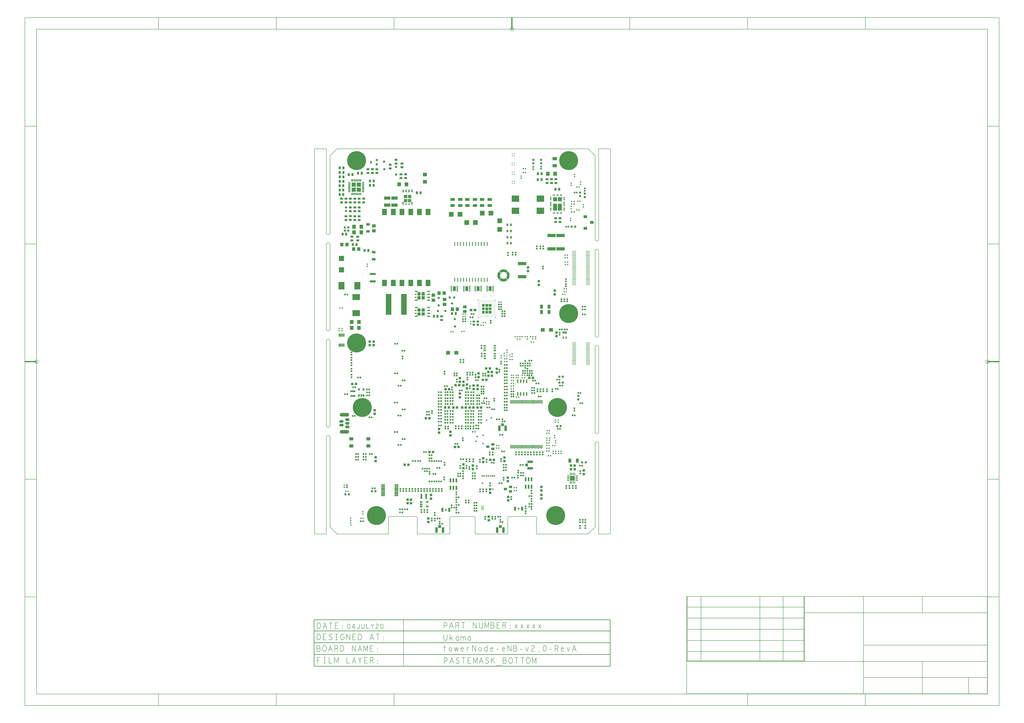
<source format=gbr>
G04 ================== begin FILE IDENTIFICATION RECORD ==================*
G04 Layout Name:  toweNode-eNB-07042023.brd*
G04 Film Name:    toweNode-eNB-v1.0-RevC_PMB.gbr*
G04 File Format:  Gerber RS274X*
G04 File Origin:  Cadence Allegro -unreleased*
G04 Origin Date:  Fri Apr  7 20:57:59 2023*
G04 *
G04 Layer:  BOARD GEOMETRY/TITLE_BLOCK*
G04 Layer:  BOARD GEOMETRY/OUTLINE*
G04 Layer:  DRAWING FORMAT/OUTLINE_DATA*
G04 Layer:  PACKAGE GEOMETRY/PASTEMASK_BOTTOM*
G04 Layer:  PIN/PASTEMASK_BOTTOM*
G04 *
G04 Offset:    (0.000 0.000)*
G04 Mirror:    No*
G04 Mode:      Positive*
G04 Rotation:  0*
G04 FullContactRelief:  No*
G04 UndefLineWidth:     6.000*
G04 ================== end FILE IDENTIFICATION RECORD ====================*
%FSLAX25Y25*MOIN*%
%IR0*IPPOS*OFA0.00000B0.00000*MIA0B0*SFA1.00000B1.00000*%
%ADD56R,.029921X.066929*%
%AMMACRO31*
4,1,21,.006,-.014,
.006,.02,
-.006,.02,
-.006,-.014,
-.005909,-.015042,
-.005638,-.016052,
-.005196,-.017,
-.004596,-.017857,
-.003857,-.018596,
-.003,-.019196,
-.002052,-.019638,
-.001042,-.019909,
0.0,-.02,
.001042,-.019909,
.002052,-.019638,
.003,-.019196,
.003857,-.018596,
.004596,-.017857,
.005196,-.017,
.005638,-.016052,
.005909,-.015042,
.006,-.014,
0.0*
%
%ADD31MACRO31*%
%ADD61R,.025598X.011799*%
%ADD40O,.068988X.021748*%
%ADD37R,.1X.036*%
%ADD13R,.08898X.085039*%
%AMMACRO88*
4,1,22,.008199,.0055,
-.013801,.0055,
-.013801,-.0055,
.008199,-.0055,
.009156,-.005434,
.010086,-.005203,
.010962,-.004813,
.011758,-.004278,
.012448,-.003612,
.013012,-.002837,
.013433,-.001975,
.013698,-.001054,
.013799,-.0001,
.013733,.000857,
.013502,.001787,
.013112,.002663,
.012577,.003459,
.011911,.004149,
.011136,.004713,
.010274,.005134,
.009353,.005399,
.008399,.0055,
.008199,.0055,
0.0*
%
%ADD88MACRO88*%
%AMMACRO90*
4,1,22,.0055,-.008199,
.0055,.013801,
-.0055,.013801,
-.0055,-.008199,
-.005434,-.009156,
-.005203,-.010086,
-.004813,-.010962,
-.004278,-.011758,
-.003612,-.012448,
-.002837,-.013012,
-.001975,-.013433,
-.001054,-.013698,
-.0001,-.013799,
.000857,-.013733,
.001787,-.013502,
.002663,-.013112,
.003459,-.012577,
.004149,-.011911,
.004713,-.011136,
.005134,-.010274,
.005399,-.009353,
.0055,-.008399,
.0055,-.008199,
0.0*
%
%ADD90MACRO90*%
%ADD42R,.11X.055*%
%ADD84R,.023598X.059799*%
%ADD41R,.08X.108*%
%ADD70R,.008X.024*%
%ADD19C,.320961*%
%ADD85R,.140902X.055902*%
%ADD44R,.093701X.354331*%
%ADD97R,.070902X.007902*%
%ADD77R,.007902X.007902*%
%ADD18O,.159539X.061118*%
%ADD29R,.129921X.098421*%
%ADD12R,.098421X.129921*%
%AMMACRO10*
4,1,44,.009252,-.025638,
.009252,.025638,
.009217,.02604,
.009114,.026429,
.008944,.026794,
.008713,.027125,
.008428,.02741,
.008098,.027642,
.007733,.027813,
.007344,.027917,
.006943,.027953,
.006937,.027953,
-.006937,.027953,
-.007339,.027918,
-.007728,.027815,
-.008093,.027645,
-.008424,.027414,
-.008709,.027129,
-.008941,.026799,
-.009112,.026434,
-.009216,.026045,
-.009252,.025644,
-.009252,.025638,
-.009252,-.025638,
-.009217,-.02604,
-.009114,-.026429,
-.008944,-.026794,
-.008713,-.027125,
-.008428,-.02741,
-.008098,-.027642,
-.007733,-.027813,
-.007344,-.027917,
-.006943,-.027953,
-.006937,-.027953,
.006937,-.027953,
.007339,-.027918,
.007728,-.027815,
.008093,-.027645,
.008424,-.027414,
.008709,-.027129,
.008941,-.026799,
.009112,-.026434,
.009216,-.026045,
.009252,-.025644,
.009252,-.025638,
0.0*
%
%ADD10MACRO10*%
%AMMACRO34*
4,1,21,-.014,-.006,
.02,-.006,
.02,.006,
-.014,.006,
-.015042,.005909,
-.016052,.005638,
-.017,.005196,
-.017857,.004596,
-.018596,.003857,
-.019196,.003,
-.019638,.002052,
-.019909,.001042,
-.02,0.0,
-.019909,-.001042,
-.019638,-.002052,
-.019196,-.003,
-.018596,-.003857,
-.017857,-.004596,
-.017,-.005196,
-.016052,-.005638,
-.015042,-.005909,
-.014,-.006,
0.0*
%
%ADD34MACRO34*%
%AMMACRO30*
4,1,21,-.006,.014,
-.006,-.02,
.006,-.02,
.006,.014,
.005909,.015042,
.005638,.016052,
.005196,.017,
.004596,.017857,
.003857,.018596,
.003,.019196,
.002052,.019638,
.001042,.019909,
0.0,.02,
-.001042,.019909,
-.002052,.019638,
-.003,.019196,
-.003857,.018596,
-.004596,.017857,
-.005196,.017,
-.005638,.016052,
-.005909,.015042,
-.006,.014,
0.0*
%
%ADD30MACRO30*%
%AMMACRO95*
4,1,22,-.008199,-.0055,
.013801,-.0055,
.013801,.0055,
-.008199,.0055,
-.009156,.005434,
-.010086,.005203,
-.010962,.004813,
-.011758,.004278,
-.012448,.003612,
-.013012,.002837,
-.013433,.001975,
-.013698,.001054,
-.013799,.0001,
-.013733,-.000857,
-.013502,-.001787,
-.013112,-.002663,
-.012577,-.003459,
-.011911,-.004149,
-.011136,-.004713,
-.010274,-.005134,
-.009353,-.005399,
-.008399,-.0055,
-.008199,-.0055,
0.0*
%
%ADD95MACRO95*%
%AMMACRO89*
4,1,22,-.0055,.008199,
-.0055,-.013801,
.0055,-.013801,
.0055,.008199,
.005434,.009156,
.005203,.010086,
.004813,.010962,
.004278,.011758,
.003612,.012448,
.002837,.013012,
.001975,.013433,
.001054,.013698,
.0001,.013799,
-.000857,.013733,
-.001787,.013502,
-.002663,.013112,
-.003459,.012577,
-.004149,.011911,
-.004713,.011136,
-.005134,.010274,
-.005399,.009353,
-.0055,.008399,
-.0055,.008199,
0.0*
%
%ADD89MACRO89*%
%ADD93R,.04X.014*%
%ADD49R,.03X.024*%
%ADD92R,.014X.04*%
%ADD46R,.024X.03*%
%ADD33R,.06X.04*%
%ADD50R,.05X.024*%
%ADD45R,.024X.05*%
%ADD57R,.07X.06*%
%ADD86R,.094X.04*%
%ADD68R,.045X.043*%
%ADD38R,.06X.056*%
%ADD22R,.045X.035*%
%ADD15R,.032X.038*%
%ADD81R,.028X.043*%
%ADD69R,.047X.016*%
%ADD52R,.04X.094*%
%ADD36R,.044X.04222*%
%ADD20R,.056X.06*%
%ADD14R,.035X.045*%
%ADD54R,.034X.065*%
%ADD39R,.037X.036*%
%ADD27R,.04222X.044*%
%ADD78R,.082X.082*%
%ADD65R,.059X.051*%
%ADD58R,.036X.037*%
%ADD59R,.082X.082*%
%ADD51R,.066X.063*%
%ADD91R,.075X.055*%
%ADD76C,.011024*%
%ADD71R,.055X.039*%
%ADD66C,.026*%
%ADD28R,.063X.066*%
%ADD96R,.083X.083*%
%ADD60R,.02X.02*%
%ADD11R,.021X.021*%
%ADD21R,.032X.032*%
%ADD43R,.0001X.0001*%
%ADD24R,.068X.058*%
%ADD55R,.026X.026*%
%ADD26R,.08661X.0315*%
%ADD53R,.046X.046*%
%ADD48R,.0315X.08661*%
%ADD16R,.028X.028*%
%ADD25C,.04537*%
%ADD87R,.049201X.070902*%
%ADD35R,.0375X.0375*%
%ADD75C,.014567*%
%ADD83R,.01772X.01772*%
%ADD73R,.041339X.01378*%
%ADD79R,.011811X.059059*%
%ADD67R,.03937X.033461*%
%ADD64R,.074803X.047244*%
%ADD17O,.072929X.049311*%
%ADD82R,.129921X.106299*%
%ADD94R,.01978X.039461*%
%ADD74R,.045276X.045276*%
%ADD98R,.062988X.04724*%
%ADD47R,.03937X.027559*%
%ADD32R,.027559X.03937*%
%ADD62R,.049598X.080701*%
%ADD72R,.041339X.019689*%
%ADD80R,.018098X.011799*%
%ADD63R,.015799X.070098*%
%AMMACRO23*
4,1,21,.014,.006,
-.02,.006,
-.02,-.006,
.014,-.006,
.015042,-.005909,
.016052,-.005638,
.017,-.005196,
.017857,-.004596,
.018596,-.003857,
.019196,-.003,
.019638,-.002052,
.019909,-.001042,
.02,0.0,
.019909,.001042,
.019638,.002052,
.019196,.003,
.018596,.003857,
.017857,.004596,
.017,.005196,
.016052,.005638,
.015042,.005909,
.014,.006,
0.0*
%
%ADD23MACRO23*%
%ADD99C,.019689*%
%ADD100C,.005*%
%ADD101C,.00787*%
%ADD102C,.01*%
%ADD103C,.006*%
G75*
%LPD*%
G75*
G36*
G01X-34895Y557200D02*
X-41795D01*
Y550300D01*
X-34895D01*
Y557200D01*
G37*
G36*
G01X-26395D02*
X-33295D01*
Y550300D01*
X-26395D01*
Y557200D01*
G37*
G36*
G01Y565700D02*
X-33295D01*
Y558800D01*
X-26395D01*
Y565700D01*
G37*
G36*
G01X-34895D02*
X-41795D01*
Y558800D01*
X-34895D01*
Y565700D01*
G37*
G36*
G01X53605Y539400D02*
Y544900D01*
X59105D01*
Y539400D01*
X53605D01*
G37*
G36*
G01X46805D02*
Y544900D01*
X52305D01*
Y539400D01*
X46805D01*
G37*
G36*
G01X53605Y532400D02*
Y537900D01*
X59105D01*
Y532400D01*
X53605D01*
G37*
G36*
G01X46805D02*
Y537900D01*
X52305D01*
Y532400D01*
X46805D01*
G37*
G36*
G01X76705Y345200D02*
X82205D01*
Y339700D01*
X76705D01*
Y345200D01*
G37*
G36*
G01X69705D02*
X75205D01*
Y339700D01*
X69705D01*
Y345200D01*
G37*
G36*
G01X76705Y352000D02*
X82205D01*
Y346500D01*
X76705D01*
Y352000D01*
G37*
G36*
G01X69705D02*
X75205D01*
Y346500D01*
X69705D01*
Y352000D01*
G37*
G36*
G01X76705Y372700D02*
X82205D01*
Y367200D01*
X76705D01*
Y372700D01*
G37*
G36*
G01X69705D02*
X75205D01*
Y367200D01*
X69705D01*
Y372700D01*
G37*
G36*
G01X76705Y379500D02*
X82205D01*
Y374000D01*
X76705D01*
Y379500D01*
G37*
G36*
G01X69705D02*
X75205D01*
Y374000D01*
X69705D01*
Y379500D01*
G37*
G36*
G01X183854Y347817D02*
Y343290D01*
X179326D01*
Y347817D01*
X183854D01*
G37*
G36*
G01X189641D02*
Y343290D01*
X185113D01*
Y347817D01*
X189641D01*
G37*
G36*
G01Y359392D02*
Y354864D01*
X185113D01*
Y359392D01*
X189641D01*
G37*
G36*
G01X183854D02*
Y354864D01*
X179326D01*
Y359392D01*
X183854D01*
G37*
G36*
G01Y353605D02*
Y349077D01*
X179326D01*
Y353605D01*
X183854D01*
G37*
G36*
G01X195428Y347817D02*
Y343290D01*
X190901D01*
Y347817D01*
X195428D01*
G37*
G36*
G01Y353605D02*
Y349077D01*
X190901D01*
Y353605D01*
X195428D01*
G37*
G36*
G01Y359392D02*
Y354864D01*
X190901D01*
Y359392D01*
X195428D01*
G37*
G36*
G01X211359Y411888D02*
G03Y404112I4445J-3888D01*
G01X208155Y400906D01*
G02Y415094I7650J7094D01*
G01X211359Y411888D01*
G37*
G36*
G01X211917Y403555D02*
G03X219693I3888J4445D01*
G01X222899Y400350D01*
G02X208711I-7094J7650D01*
G01X211917Y403555D01*
G37*
G36*
G01X219693Y412445D02*
G03X211917I-3888J-4445D01*
G01X208711Y415650D01*
G02X222899I7094J-7650D01*
G01X219693Y412445D01*
G37*
G36*
G01X220250Y404112D02*
G03Y411888I-4445J3888D01*
G01X223455Y415094D01*
G02Y400906I-7650J-7094D01*
G01X220250Y404112D01*
G37*
G36*
G01X306605Y518100D02*
X300005D01*
Y529700D01*
X306605D01*
Y518100D01*
G37*
G36*
G01X314805D02*
X308205D01*
Y529700D01*
X314805D01*
Y518100D01*
G37*
G36*
G01X306605Y534300D02*
X300005D01*
Y540900D01*
X306605D01*
Y534300D01*
G37*
G36*
G01X314805D02*
X308205D01*
Y540900D01*
X314805D01*
Y534300D01*
G37*
G54D100*
G01X-84940Y490344D02*
Y623190D01*
X-104940D01*
Y-31500D01*
X-84940D01*
Y123000D01*
G01Y133000D02*
Y123000D01*
G01Y133000D02*
G02X-78740I3100J0D01*
G01X-84940Y153000D02*
Y163000D01*
G01X-78740Y153000D02*
G02X-84940I-3100J0D01*
G01Y296672D02*
Y163000D01*
G01Y296672D02*
G02X-78740I3100J0D01*
G01X-84940Y460344D02*
Y326672D01*
G01X-78740Y316672D02*
G02X-84940I-3100J0D01*
G01D02*
Y326672D01*
G01Y460344D02*
G02X-78740I3100J0D01*
G01X-84940Y480344D02*
Y490344D01*
G01X-78740Y480344D02*
G02X-84940I-3100J0D01*
G01X-78740Y1965D02*
Y-19689D01*
X-66929Y-31500D01*
X20275D01*
Y-3973D01*
G02X22275Y-1973I2000J0D01*
G01X67488D01*
G02X69488Y-3973I0J-2000D01*
G01Y-31500D01*
X124607D01*
X124606Y-3973D01*
G02X126606Y-1973I2000J0D01*
G01X165913D01*
G02X167913Y-3973I0J-2000D01*
G01X167914Y-31500D01*
X223032D01*
X223031Y-3973D01*
G02X225031Y-1973I2000J0D01*
G01X270244D01*
G02X272244Y-3973I0J-2000D01*
G01Y-31500D01*
X359448D01*
X371260Y-19689D01*
Y112173D01*
G01X-78740Y123000D02*
Y1965D01*
G01Y133000D02*
Y123000D01*
G01Y153000D02*
Y163000D01*
G01Y286672D02*
Y163000D01*
G01Y296672D02*
Y286672D01*
G01Y316672D02*
Y326672D01*
G01Y450344D02*
Y326672D01*
G01Y460344D02*
Y450344D01*
G01Y480344D02*
Y490344D01*
G01X371260Y479517D02*
Y611379D01*
X359449Y623190D01*
X-66929D01*
X-78740Y611379D01*
Y490344D01*
G01X371260Y122173D02*
Y112173D01*
G01Y122173D02*
G02X377460I3100J0D01*
G01X371260Y142173D02*
Y152173D01*
G01X377460Y142173D02*
G02X371260I-3100J0D01*
G01Y152173D02*
Y275845D01*
G01Y285845D02*
Y275845D01*
G01Y285845D02*
G02X377460I3100J0D01*
G01Y305845D02*
G02X371260I-3100J0D01*
G01D02*
Y315845D01*
G01D02*
Y439517D01*
G01Y449517D02*
G02X377460I3100J0D01*
G01X371260D02*
Y439517D01*
G01X377460Y469517D02*
G02X371260I-3100J0D01*
G01D02*
Y479517D01*
G01X377460D02*
Y623190D01*
X397460D01*
Y-31500D01*
X377460D01*
Y112173D01*
G01Y122173D02*
Y112173D01*
G01Y142173D02*
Y275845D01*
G01Y285845D02*
Y275845D01*
G01Y449517D02*
Y305845D01*
G01Y469517D02*
Y479517D01*
G54D101*
G01X-596541Y-138498D02*
X-576856D01*
G01X-596541Y61502D02*
X-576856D01*
G01X-596541Y461502D02*
X-576856D01*
G01X-596541Y661502D02*
X-576856D01*
G01Y-303459D02*
X1037317D01*
G01X-576856D02*
Y826462D01*
G01X-579845Y261502D02*
G03X-573867I2989J0D01*
G03X-579845I-2989J0D01*
G01X-576856Y826462D02*
X1037317D01*
G01X-369769Y-323144D02*
Y-303459D01*
G01Y846147D02*
Y826462D01*
G01X-169769Y-323144D02*
Y-303459D01*
G01Y846147D02*
Y826462D01*
G01X30231Y-323144D02*
Y-303459D01*
G01Y846147D02*
Y826462D01*
G01X227241D02*
G03X233220I2989J0D01*
G03X227241I-2989J0D01*
G01X430231Y846147D02*
Y826462D01*
G01X630231Y-323144D02*
Y-303459D01*
G01Y846147D02*
Y826462D01*
G01X830231Y-323144D02*
Y-303459D01*
G01Y846147D02*
Y826462D01*
G01X1034328Y261502D02*
G03X1040307I2989J0D01*
G03X1034328I-2989J0D01*
G01X1037317Y-303459D02*
Y826462D01*
G01X1057002Y-138498D02*
X1037317D01*
G01X1057002Y61502D02*
X1037317D01*
G01X1057002Y461502D02*
X1037317D01*
G01X1057002Y661502D02*
X1037317D01*
G54D102*
G01X-105955Y-177076D02*
Y-256276D01*
G01D02*
X321945D01*
G01X-105955Y-236276D02*
X396645D01*
G01X-105955Y-216276D02*
X396645D01*
G01X-105955Y-196276D02*
X396645D01*
G01Y-177076D02*
X-105955D01*
G01X321945Y-256276D02*
X396645D01*
G01D02*
Y-177076D01*
G54D103*
G01X-596541Y-323144D02*
X1057002D01*
G01X-596541D02*
Y846147D01*
G01D02*
X1057002D01*
G01X-97280Y-246009D02*
X-100280D01*
G01Y-241176D02*
X-95530D01*
G01X-100280Y-251176D02*
Y-241176D01*
G01X-97055Y-225777D02*
X-100930D01*
G01X-96180Y-226110D02*
X-97055Y-225777D01*
G01X-95430Y-227110D02*
X-96180Y-226110D01*
G01X-95180Y-228277D02*
X-95430Y-227110D01*
G01Y-229443D02*
X-95180Y-228277D01*
G01X-95930Y-230443D02*
X-95430Y-229443D01*
G01X-96805Y-231110D02*
X-95930Y-230443D01*
G01X-100930Y-231110D02*
X-96805D01*
G01X-100930Y-221110D02*
Y-231110D01*
G01X-96180Y-222277D02*
X-96680Y-221610D01*
G01X-95930Y-223277D02*
X-96180Y-222277D01*
G01Y-224444D02*
X-95930Y-223277D01*
G01X-96555Y-225277D02*
X-96180Y-224444D01*
G01X-97055Y-225777D02*
X-96555Y-225277D01*
G01X-97955Y-211576D02*
X-100455D01*
G01X-96955Y-211076D02*
X-97955Y-211576D01*
G01X-96205Y-210410D02*
X-96955Y-211076D01*
G01X-95580Y-209409D02*
X-96205Y-210410D01*
G01X-95080Y-208243D02*
X-95580Y-209409D01*
G01X-94955Y-206576D02*
X-95080Y-208243D01*
G01X-100455Y-211576D02*
Y-201576D01*
G01X-97555Y-221110D02*
X-100930D01*
G01X-96680Y-221610D02*
X-97555Y-221110D01*
G01X-97755Y-192376D02*
X-100255D01*
G01X-96755Y-191876D02*
X-97755Y-192376D01*
G01X-96005Y-191210D02*
X-96755Y-191876D01*
G01X-95380Y-190209D02*
X-96005Y-191210D01*
G01X-100255Y-192376D02*
Y-182376D01*
G01X-97955Y-201576D02*
X-96955Y-202076D01*
G01X-100455Y-201576D02*
X-97955D01*
G01X-95080Y-204910D02*
X-94955Y-206576D01*
G01X-95580Y-203743D02*
X-95080Y-204910D01*
G01X-96205Y-202743D02*
X-95580Y-203743D01*
G01X-96955Y-202076D02*
X-96205Y-202743D01*
G01X-95380Y-184543D02*
X-94880Y-185710D01*
G01X-96005Y-183543D02*
X-95380Y-184543D01*
G01X-96755Y-182876D02*
X-96005Y-183543D01*
G01X-97755Y-182376D02*
X-96755Y-182876D01*
G01X-100255Y-182376D02*
X-97755D01*
G01X-94880Y-189043D02*
X-95380Y-190209D01*
G01X-89405Y-241176D02*
X-86405D01*
G01X-80405Y-251176D02*
X-75405D01*
G01X-80405Y-241176D02*
Y-251176D01*
G01X-89405D02*
X-86405D01*
G01X-87905Y-241176D02*
Y-251176D01*
G01X-76055Y-227610D02*
X-80055D01*
G01X-81180Y-231110D02*
X-78055Y-221110D01*
G01X-87055Y-230943D02*
X-88055Y-231110D01*
G01X-86180Y-230277D02*
X-87055Y-230943D01*
G01X-85430Y-229277D02*
X-86180Y-230277D01*
G01X-84930Y-228110D02*
X-85430Y-229277D01*
G01X-84680Y-226777D02*
X-84930Y-228110D01*
G01X-84680Y-225443D02*
Y-226777D01*
G01X-84930Y-224110D02*
X-84680Y-225443D01*
G01X-85430Y-222943D02*
X-84930Y-224110D01*
G01X-86180Y-221943D02*
X-85430Y-222943D01*
G01X-90680D02*
X-89930Y-221943D01*
G01X-91180Y-224110D02*
X-90680Y-222943D01*
G01X-91430Y-225443D02*
X-91180Y-224110D01*
G01X-91430Y-226777D02*
Y-225443D01*
G01X-91180Y-228110D02*
X-91430Y-226777D01*
G01X-90680Y-229277D02*
X-91180Y-228110D01*
G01X-89930Y-230277D02*
X-90680Y-229277D01*
G01X-89055Y-230943D02*
X-89930Y-230277D01*
G01X-88055Y-231110D02*
X-89055Y-230943D01*
G01X-79330Y-211076D02*
X-78205Y-211576D01*
G01X-80330Y-210243D02*
X-79330Y-211076D01*
G01X-90205Y-211576D02*
Y-201576D01*
G01X-85205Y-211576D02*
X-90205D01*
G01X-87055Y-221277D02*
X-86180Y-221943D01*
G01X-88055Y-221110D02*
X-87055Y-221277D01*
G01X-89055D02*
X-88055Y-221110D01*
G01X-89930Y-221943D02*
X-89055Y-221277D01*
G01X-87505Y-182376D02*
X-84380Y-192376D01*
G01X-90630D02*
X-87505Y-182376D01*
G01X-90205Y-201576D02*
X-85205D01*
G01X-79580Y-202909D02*
X-78955Y-202076D01*
G01X-79830Y-204076D02*
X-79580Y-202909D01*
G01X-79455Y-205243D02*
X-79830Y-204076D01*
G01X-78580Y-205909D02*
X-79455Y-205243D01*
G01X-87205Y-206409D02*
X-90205D01*
G01X-80380Y-182376D02*
X-74630D01*
G01X-85505Y-188876D02*
X-89505D01*
G01X-94880Y-185710D02*
X-94755Y-187376D01*
G01D02*
X-94880Y-189043D01*
G01X-67905Y-249509D02*
X-64655Y-241176D01*
G01X-71155D02*
X-67905Y-249509D01*
G01X-64655Y-241176D02*
Y-251176D01*
G01X-71155D02*
Y-241176D01*
G01X-67430Y-226277D02*
X-65555Y-231110D01*
G01X-67430Y-226277D02*
X-70555D01*
G01X-66555Y-225777D02*
X-67430Y-226277D01*
G01X-65805Y-224943D02*
X-66555Y-225777D01*
G01X-65555Y-223610D02*
X-65805Y-224943D01*
G01Y-222277D02*
X-65555Y-223610D01*
G01X-66430Y-221610D02*
X-65805Y-222277D01*
G01X-70555Y-231110D02*
Y-221110D01*
G01X-78055D02*
X-74930Y-231110D01*
G01X-69205Y-211576D02*
X-66205D01*
G01X-67705Y-201576D02*
Y-211576D01*
G01X-75955Y-206909D02*
X-77080Y-206243D01*
G01X-75330Y-207910D02*
X-75955Y-206909D01*
G01X-75080Y-209076D02*
X-75330Y-207910D01*
G01X-75455Y-210243D02*
X-75080Y-209076D01*
G01X-76205Y-211076D02*
X-75455Y-210243D01*
G01X-77205Y-211576D02*
X-76205Y-211076D01*
G01X-78205Y-211576D02*
X-77205D01*
G01X-67430Y-221110D02*
X-66430Y-221610D01*
G01X-70555Y-221110D02*
X-67430D01*
G01X-70005Y-192376D02*
Y-182376D01*
G01X-65005Y-192376D02*
X-70005D01*
G01X-77505Y-182376D02*
Y-192376D01*
G01X-69205Y-201576D02*
X-66205D01*
G01X-77205D02*
X-76330Y-201909D01*
G01X-78080Y-201576D02*
X-77205D01*
G01X-76330Y-201909D02*
X-75580Y-202743D01*
G01X-77080Y-206243D02*
X-78580Y-205909D01*
G01X-78955Y-202076D02*
X-78080Y-201576D01*
G01X-70005Y-182376D02*
X-65005D01*
G01X-67005Y-187209D02*
X-70005D01*
G01X-50405Y-251176D02*
X-45405D01*
G01X-50405Y-241176D02*
Y-251176D01*
G01X-58305Y-231110D02*
X-60805D01*
G01X-57305Y-230610D02*
X-58305Y-231110D01*
G01X-56555Y-229944D02*
X-57305Y-230610D01*
G01X-55930Y-228943D02*
X-56555Y-229944D01*
G01X-55430Y-227777D02*
X-55930Y-228943D01*
G01X-55305Y-226110D02*
X-55430Y-227777D01*
G01Y-224444D02*
X-55305Y-226110D01*
G01X-55930Y-223277D02*
X-55430Y-224444D01*
G01X-56555Y-222277D02*
X-55930Y-223277D01*
G01X-57305Y-221610D02*
X-56555Y-222277D01*
G01X-60805Y-231110D02*
Y-221110D01*
G01X-50580Y-211576D02*
Y-201576D01*
G01X-60955Y-207076D02*
Y-205909D01*
G01X-60705Y-208409D02*
X-60955Y-207076D01*
G01X-60205Y-209576D02*
X-60705Y-208409D01*
G01X-59455Y-210576D02*
X-60205Y-209576D01*
G01X-58580Y-211243D02*
X-59455Y-210576D01*
G01X-57330Y-211576D02*
X-58580Y-211243D01*
G01X-56080D02*
X-57330Y-211576D01*
G01X-55205Y-210576D02*
X-56080Y-211243D01*
G01X-54455Y-209576D02*
X-55205Y-210576D01*
G01X-54455Y-206576D02*
Y-209576D01*
G01X-56955Y-206576D02*
X-54455D01*
G01X-58305Y-221110D02*
X-57305Y-221610D01*
G01X-60805Y-221110D02*
X-58305D01*
G01X-46669Y-184379D02*
X-47469Y-184645D01*
X-48069Y-185312D01*
X-48469Y-186112D01*
X-48769Y-187179D01*
X-48869Y-188379D01*
X-48769Y-189579D01*
X-48469Y-190645D01*
X-48069Y-191446D01*
X-47469Y-192112D01*
X-46669Y-192379D01*
X-45869Y-192112D01*
X-45269Y-191446D01*
X-44869Y-190645D01*
X-44569Y-189579D01*
X-44469Y-188379D01*
X-44569Y-187179D01*
X-44869Y-186112D01*
X-45269Y-185312D01*
X-45869Y-184645D01*
X-46669Y-184379D01*
G01X-37469Y-192379D02*
Y-184379D01*
X-41169Y-190112D01*
X-36169D01*
G01X-32669Y-190779D02*
X-32169Y-191579D01*
X-31569Y-192112D01*
X-30869Y-192379D01*
X-30069Y-192112D01*
X-29469Y-191579D01*
X-28869Y-190779D01*
X-28669Y-189712D01*
Y-184379D01*
G01X-24869D02*
Y-190112D01*
X-24469Y-191312D01*
X-23669Y-192112D01*
X-22669Y-192379D01*
X-21669Y-192112D01*
X-20869Y-191312D01*
X-20469Y-190112D01*
Y-184379D01*
G01X-16669D02*
Y-192379D01*
X-12669D01*
G01X-6669D02*
Y-188779D01*
X-8669Y-184379D01*
G01X-4669D02*
X-6669Y-188779D01*
G01X-569Y-185712D02*
X31Y-184912D01*
X731Y-184512D01*
X1531Y-184379D01*
X2531Y-184645D01*
X3231Y-185312D01*
X3431Y-186112D01*
X3331Y-186912D01*
X2931Y-187579D01*
X931Y-188912D01*
X31Y-189845D01*
X-569Y-191179D01*
X-769Y-192379D01*
X3431D01*
G01X9331Y-184379D02*
X8531Y-184645D01*
X7931Y-185312D01*
X7531Y-186112D01*
X7231Y-187179D01*
X7131Y-188379D01*
X7231Y-189579D01*
X7531Y-190645D01*
X7931Y-191446D01*
X8531Y-192112D01*
X9331Y-192379D01*
X10131Y-192112D01*
X10731Y-191446D01*
X11131Y-190645D01*
X11431Y-189579D01*
X11531Y-188379D01*
X11431Y-187179D01*
X11131Y-186112D01*
X10731Y-185312D01*
X10131Y-184645D01*
X9331Y-184379D01*
G01X-57255Y-192543D02*
X-57505Y-192709D01*
G01X-57255Y-192209D02*
Y-192543D01*
G01X-57505Y-192043D02*
X-57255Y-192209D01*
G01X-57755D02*
X-57505Y-192043D01*
G01X-57755Y-192543D02*
Y-192209D01*
G01X-57505Y-192709D02*
X-57755Y-192543D01*
G01X-56830Y-201576D02*
X-55830Y-201909D01*
G01X-57705Y-201576D02*
X-56830D01*
G01X-58705Y-202076D02*
X-57705Y-201576D01*
G01X-50580D02*
X-44830Y-211576D01*
G01X-55830Y-201909D02*
X-55080Y-202576D01*
G01X-59455Y-202743D02*
X-58705Y-202076D01*
G01X-60205Y-203743D02*
X-59455Y-202743D01*
G01X-60705Y-204910D02*
X-60205Y-203743D01*
G01X-60955Y-205909D02*
X-60705Y-204910D01*
G01X-57255Y-188043D02*
X-57505Y-188210D01*
G01X-57255Y-187709D02*
Y-188043D01*
G01X-57505Y-187543D02*
X-57255Y-187709D01*
G01X-57755D02*
X-57505Y-187543D01*
G01X-57755Y-188043D02*
Y-187709D01*
G01X-57505Y-188210D02*
X-57755Y-188043D01*
G01X-35905Y-247676D02*
X-39905D01*
G01X-37905Y-241176D02*
X-34780Y-251176D01*
G01X-41030D02*
X-37905Y-241176D01*
G01X-35180Y-231110D02*
Y-221110D01*
G01X-40930D02*
X-35180Y-231110D01*
G01X-40930D02*
Y-221110D01*
G01X-40205Y-211576D02*
Y-201576D01*
G01X-35205Y-211576D02*
X-40205D01*
G01X-44830D02*
Y-201576D01*
G01X-40205D02*
X-35205D01*
G01X-37205Y-206409D02*
X-40205D01*
G01X-17405Y-246009D02*
X-20405D01*
G01Y-241176D02*
X-15405D01*
G01X-25405D02*
X-27905Y-246676D01*
G01D02*
X-30405Y-241176D01*
G01X-20405Y-251176D02*
Y-241176D01*
G01X-15405Y-251176D02*
X-20405D01*
G01X-27905D02*
Y-246676D01*
G01X-18055Y-229443D02*
X-14805Y-221110D01*
G01X-21305D02*
X-18055Y-229443D01*
G01X-21305Y-231110D02*
Y-221110D01*
G01X-26055Y-227610D02*
X-30055D01*
G01X-28055Y-221110D02*
X-24930Y-231110D01*
G01X-31180D02*
X-28055Y-221110D01*
G01X-26955Y-211076D02*
X-27955Y-211576D01*
G01X-26205Y-210410D02*
X-26955Y-211076D01*
G01X-25580Y-209409D02*
X-26205Y-210410D01*
G01X-25080Y-208243D02*
X-25580Y-209409D01*
G01X-24955Y-206576D02*
X-25080Y-208243D01*
G01Y-204910D02*
X-24955Y-206576D01*
G01X-27955Y-211576D02*
X-30455D01*
G01D02*
Y-201576D01*
G01X-27955D02*
X-26955Y-202076D01*
G01X-25580Y-203743D02*
X-25080Y-204910D01*
G01X-26205Y-202743D02*
X-25580Y-203743D01*
G01X-26955Y-202076D02*
X-26205Y-202743D01*
G01X-30455Y-201576D02*
X-27955D01*
G01X-7280Y-246343D02*
X-10405D01*
G01X-6405Y-245843D02*
X-7280Y-246343D01*
G01X-5655Y-245009D02*
X-6405Y-245843D01*
G01X-5405Y-243676D02*
X-5655Y-245009D01*
G01Y-242343D02*
X-5405Y-243676D01*
G01X-6280Y-241676D02*
X-5655Y-242343D01*
G01X-7280Y-241176D02*
X-6280Y-241676D01*
G01X-10405Y-241176D02*
X-7280D01*
G01Y-246343D02*
X-5405Y-251176D01*
G01X-10405D02*
Y-241176D01*
G01X-7555Y-225943D02*
X-10555D01*
G01Y-231110D02*
Y-221110D01*
G01X-5555Y-231110D02*
X-10555D01*
G01X-14805Y-221110D02*
Y-231110D01*
G01X-5705Y-208076D02*
X-9705D01*
G01X-7705Y-201576D02*
X-4580Y-211576D01*
G01X-10830D02*
X-7705Y-201576D01*
G01X-10555Y-221110D02*
X-5555D01*
G01X2345Y-246843D02*
X2095Y-247010D01*
G01X2345Y-246509D02*
Y-246843D01*
G01X2095Y-246343D02*
X2345Y-246509D01*
G01X1845D02*
X2095Y-246343D01*
G01X1845Y-246843D02*
Y-246509D01*
G01X2095Y-247010D02*
X1845Y-246843D01*
G01X2345Y-251343D02*
X2095Y-251509D01*
G01X2345Y-251009D02*
Y-251343D01*
G01X2095Y-250843D02*
X2345Y-251009D01*
G01X1845D02*
X2095Y-250843D01*
G01X1845Y-251343D02*
Y-251009D01*
G01X2095Y-251509D02*
X1845Y-251343D01*
G01X2195Y-226777D02*
X1945Y-226944D01*
G01X2195Y-226443D02*
Y-226777D01*
G01X1945Y-226277D02*
X2195Y-226443D01*
G01Y-231277D02*
X1945Y-231443D01*
G01X2195Y-230943D02*
Y-231277D01*
G01X1945Y-230777D02*
X2195Y-230943D01*
G01X1695Y-226443D02*
X1945Y-226277D01*
G01X1695Y-226777D02*
Y-226443D01*
G01X1945Y-226944D02*
X1695Y-226777D01*
G01Y-230943D02*
X1945Y-230777D01*
G01X1695Y-231277D02*
Y-230943D01*
G01X1945Y-231443D02*
X1695Y-231277D01*
G01X12545Y-207243D02*
X12295Y-207410D01*
G01X12545Y-206909D02*
Y-207243D01*
G01X12295Y-206743D02*
X12545Y-206909D01*
G01X12045D02*
X12295Y-206743D01*
G01X12045Y-207243D02*
Y-206909D01*
G01X12295Y-207410D02*
X12045Y-207243D01*
G01X12545Y-211743D02*
X12295Y-211909D01*
G01X12545Y-211409D02*
Y-211743D01*
G01X12295Y-211243D02*
X12545Y-211409D01*
G01X12045D02*
X12295Y-211243D01*
G01X12045Y-211743D02*
Y-211409D01*
G01X12295Y-211909D02*
X12045Y-211743D01*
G01X2295Y-201576D02*
Y-211576D01*
G01X-580Y-201576D02*
X5170D01*
G01X45945Y-177497D02*
Y-255656D01*
G01X115435Y-251475D02*
Y-241475D01*
X118435D01*
X119435Y-241975D01*
X120185Y-243141D01*
X120435Y-244475D01*
X120185Y-245808D01*
X119560Y-246808D01*
X118435Y-247308D01*
X115435D01*
G01X124810Y-251475D02*
X127935Y-241475D01*
X131060Y-251475D01*
G01X129935Y-247975D02*
X125935D01*
G01X135310Y-250142D02*
X136310Y-250975D01*
X137435Y-251475D01*
X138435D01*
X139435Y-250975D01*
X140185Y-250142D01*
X140560Y-248975D01*
X140310Y-247808D01*
X139685Y-246808D01*
X138560Y-246141D01*
X137060Y-245808D01*
X136185Y-245142D01*
X135810Y-243975D01*
X136060Y-242808D01*
X136685Y-241975D01*
X137560Y-241475D01*
X138435D01*
X139310Y-241808D01*
X140060Y-242642D01*
G01X147935Y-241475D02*
Y-251475D01*
G01X145060Y-241475D02*
X150810D01*
G01X160435Y-251475D02*
X155435D01*
Y-241475D01*
X160435D01*
G01X158435Y-246308D02*
X155435D01*
G01X164685Y-251475D02*
Y-241475D01*
X167935Y-249808D01*
X171185Y-241475D01*
Y-251475D01*
G01X174810D02*
X177935Y-241475D01*
X181060Y-251475D01*
G01X179935Y-247975D02*
X175935D01*
G01X185310Y-250142D02*
X186310Y-250975D01*
X187435Y-251475D01*
X188435D01*
X189435Y-250975D01*
X190185Y-250142D01*
X190560Y-248975D01*
X190310Y-247808D01*
X189685Y-246808D01*
X188560Y-246141D01*
X187060Y-245808D01*
X186185Y-245142D01*
X185810Y-243975D01*
X186060Y-242808D01*
X186685Y-241975D01*
X187560Y-241475D01*
X188435D01*
X189310Y-241808D01*
X190060Y-242642D01*
G01X195185Y-251475D02*
Y-241475D01*
G01X199935D02*
X195185Y-247642D01*
G01X200685Y-251475D02*
X197310Y-244808D01*
G01X204185Y-254808D02*
X211685D01*
G01X218935Y-246141D02*
X219435Y-245641D01*
X219810Y-244808D01*
X220060Y-243641D01*
X219810Y-242642D01*
X219310Y-241975D01*
X218435Y-241475D01*
X215060D01*
Y-251475D01*
X219185D01*
X220060Y-250808D01*
X220560Y-249808D01*
X220810Y-248642D01*
X220560Y-247475D01*
X219810Y-246475D01*
X218935Y-246141D01*
X215060D01*
G01X227935Y-251475D02*
X226935Y-251308D01*
X226060Y-250642D01*
X225310Y-249642D01*
X224810Y-248475D01*
X224560Y-247142D01*
Y-245808D01*
X224810Y-244475D01*
X225310Y-243308D01*
X226060Y-242308D01*
X226935Y-241641D01*
X227935Y-241475D01*
X228935Y-241641D01*
X229810Y-242308D01*
X230560Y-243308D01*
X231060Y-244475D01*
X231310Y-245808D01*
Y-247142D01*
X231060Y-248475D01*
X230560Y-249642D01*
X229810Y-250642D01*
X228935Y-251308D01*
X227935Y-251475D01*
G01X237935Y-241475D02*
Y-251475D01*
G01X235060Y-241475D02*
X240810D01*
G01X247935D02*
Y-251475D01*
G01X245060Y-241475D02*
X250810D01*
G01X257935Y-251475D02*
X256935Y-251308D01*
X256060Y-250642D01*
X255310Y-249642D01*
X254810Y-248475D01*
X254560Y-247142D01*
Y-245808D01*
X254810Y-244475D01*
X255310Y-243308D01*
X256060Y-242308D01*
X256935Y-241641D01*
X257935Y-241475D01*
X258935Y-241641D01*
X259810Y-242308D01*
X260560Y-243308D01*
X261060Y-244475D01*
X261310Y-245808D01*
Y-247142D01*
X261060Y-248475D01*
X260560Y-249642D01*
X259810Y-250642D01*
X258935Y-251308D01*
X257935Y-251475D01*
G01X264685D02*
Y-241475D01*
X267935Y-249808D01*
X271185Y-241475D01*
Y-251475D01*
G01X115805Y-220833D02*
Y-230833D01*
G01X114055Y-224167D02*
X117555D01*
G01X125805Y-230833D02*
X125055Y-230667D01*
X124305Y-230000D01*
X123805Y-228834D01*
X123555Y-227500D01*
X123805Y-226167D01*
X124305Y-225000D01*
X125055Y-224334D01*
X125805Y-224167D01*
X126555Y-224334D01*
X127305Y-225000D01*
X127805Y-226167D01*
X127930Y-227500D01*
X127805Y-228834D01*
X127305Y-230000D01*
X126555Y-230667D01*
X125805Y-230833D01*
G01X132680Y-224167D02*
X134180Y-230833D01*
X135805Y-224167D01*
X137430Y-230833D01*
X138930Y-224167D01*
G01X143930Y-226333D02*
X147930D01*
X147555Y-225167D01*
X146930Y-224500D01*
X146055Y-224167D01*
X145180Y-224334D01*
X144430Y-224834D01*
X143930Y-226000D01*
X143680Y-227000D01*
Y-228000D01*
X143930Y-229000D01*
X144555Y-230000D01*
X145305Y-230667D01*
X146180Y-230833D01*
X147055Y-230500D01*
X147930Y-229500D01*
G01X154055Y-230833D02*
Y-224167D01*
G01Y-225500D02*
X154680Y-224834D01*
X155305Y-224334D01*
X156180Y-224167D01*
X156805Y-224334D01*
X157555Y-224834D01*
G01X162930Y-230833D02*
Y-220833D01*
X168680Y-230833D01*
Y-220833D01*
G01X175805Y-230833D02*
X175055Y-230667D01*
X174305Y-230000D01*
X173805Y-228834D01*
X173555Y-227500D01*
X173805Y-226167D01*
X174305Y-225000D01*
X175055Y-224334D01*
X175805Y-224167D01*
X176555Y-224334D01*
X177305Y-225000D01*
X177805Y-226167D01*
X177930Y-227500D01*
X177805Y-228834D01*
X177305Y-230000D01*
X176555Y-230667D01*
X175805Y-230833D01*
G01X188055Y-220833D02*
Y-230833D01*
G01Y-229334D02*
X187555Y-230167D01*
X186805Y-230667D01*
X185930Y-230833D01*
X184930Y-230500D01*
X184180Y-229667D01*
X183680Y-228667D01*
X183555Y-227500D01*
X183680Y-226333D01*
X184180Y-225333D01*
X184930Y-224500D01*
X185930Y-224167D01*
X186805Y-224334D01*
X187430Y-224667D01*
X188055Y-225333D01*
G01X193930Y-226333D02*
X197930D01*
X197555Y-225167D01*
X196930Y-224500D01*
X196055Y-224167D01*
X195180Y-224334D01*
X194430Y-224834D01*
X193930Y-226000D01*
X193680Y-227000D01*
Y-228000D01*
X193930Y-229000D01*
X194555Y-230000D01*
X195305Y-230667D01*
X196180Y-230833D01*
X197055Y-230500D01*
X197930Y-229500D01*
G01X204180Y-227500D02*
X207430D01*
G01X213930Y-226333D02*
X217930D01*
X217555Y-225167D01*
X216930Y-224500D01*
X216055Y-224167D01*
X215180Y-224334D01*
X214430Y-224834D01*
X213930Y-226000D01*
X213680Y-227000D01*
Y-228000D01*
X213930Y-229000D01*
X214555Y-230000D01*
X215305Y-230667D01*
X216180Y-230833D01*
X217055Y-230500D01*
X217930Y-229500D01*
G01X222930Y-230833D02*
Y-220833D01*
X228680Y-230833D01*
Y-220833D01*
G01X236805Y-225500D02*
X237305Y-225000D01*
X237680Y-224167D01*
X237930Y-223000D01*
X237680Y-222000D01*
X237180Y-221334D01*
X236305Y-220833D01*
X232930D01*
Y-230833D01*
X237055D01*
X237930Y-230167D01*
X238430Y-229167D01*
X238680Y-228000D01*
X238430Y-226834D01*
X237680Y-225834D01*
X236805Y-225500D01*
X232930D01*
G01X244180Y-227500D02*
X247430D01*
G01X253555Y-224167D02*
X255805Y-230833D01*
X258055Y-224167D01*
G01X263430Y-222500D02*
X264180Y-221500D01*
X265055Y-221000D01*
X266055Y-220833D01*
X267305Y-221167D01*
X268180Y-222000D01*
X268430Y-223000D01*
X268305Y-224000D01*
X267805Y-224834D01*
X265305Y-226500D01*
X264180Y-227667D01*
X263430Y-229334D01*
X263180Y-230833D01*
X268430D01*
G01X275805Y-231167D02*
X275555Y-231000D01*
Y-230667D01*
X275805Y-230500D01*
X276055Y-230667D01*
Y-231000D01*
X275805Y-231167D01*
G01X285805Y-220833D02*
X284805Y-221167D01*
X284055Y-222000D01*
X283555Y-223000D01*
X283180Y-224334D01*
X283055Y-225834D01*
X283180Y-227334D01*
X283555Y-228667D01*
X284055Y-229667D01*
X284805Y-230500D01*
X285805Y-230833D01*
X286805Y-230500D01*
X287555Y-229667D01*
X288055Y-228667D01*
X288430Y-227334D01*
X288555Y-225834D01*
X288430Y-224334D01*
X288055Y-223000D01*
X287555Y-222000D01*
X286805Y-221167D01*
X285805Y-220833D01*
G01X294180Y-227500D02*
X297430D01*
G01X303305Y-230833D02*
Y-220833D01*
X306430D01*
X307430Y-221334D01*
X308055Y-222000D01*
X308305Y-223334D01*
X308055Y-224667D01*
X307305Y-225500D01*
X306430Y-226000D01*
X303305D01*
G01X306430D02*
X308305Y-230833D01*
G01X313930Y-226333D02*
X317930D01*
X317555Y-225167D01*
X316930Y-224500D01*
X316055Y-224167D01*
X315180Y-224334D01*
X314430Y-224834D01*
X313930Y-226000D01*
X313680Y-227000D01*
Y-228000D01*
X313930Y-229000D01*
X314555Y-230000D01*
X315305Y-230667D01*
X316180Y-230833D01*
X317055Y-230500D01*
X317930Y-229500D01*
G01X323555Y-224167D02*
X325805Y-230833D01*
X328055Y-224167D01*
G01X332680Y-230833D02*
X335805Y-220833D01*
X338930Y-230833D01*
G01X337805Y-227334D02*
X333805D01*
G01X114555Y-202500D02*
Y-209667D01*
X115055Y-211167D01*
X116055Y-212167D01*
X117305Y-212500D01*
X118555Y-212167D01*
X119555Y-211167D01*
X120055Y-209667D01*
Y-202500D01*
G01X125180Y-212500D02*
Y-202500D01*
G01X129180Y-205834D02*
X125180Y-209667D01*
G01X126805Y-208167D02*
X129430Y-212500D01*
G01X139555D02*
Y-205834D01*
G01Y-207000D02*
X139055Y-206333D01*
X138305Y-206000D01*
X137430Y-205834D01*
X136555Y-206167D01*
X135805Y-206833D01*
X135305Y-207833D01*
X135055Y-209167D01*
X135305Y-210500D01*
X135805Y-211500D01*
X136555Y-212167D01*
X137430Y-212500D01*
X138305Y-212333D01*
X139055Y-211834D01*
X139555Y-211167D01*
G01X143555Y-212500D02*
Y-205834D01*
G01Y-207667D02*
X143930Y-206833D01*
X144555Y-206167D01*
X145430Y-205834D01*
X146305Y-206167D01*
X146930Y-206833D01*
X147305Y-207667D01*
Y-212500D01*
G01Y-207667D02*
X147680Y-206833D01*
X148305Y-206167D01*
X149180Y-205834D01*
X150055Y-206167D01*
X150680Y-206833D01*
X151055Y-207833D01*
Y-212500D01*
G01X159555D02*
Y-205834D01*
G01Y-207000D02*
X159055Y-206333D01*
X158305Y-206000D01*
X157430Y-205834D01*
X156555Y-206167D01*
X155805Y-206833D01*
X155305Y-207833D01*
X155055Y-209167D01*
X155305Y-210500D01*
X155805Y-211500D01*
X156555Y-212167D01*
X157430Y-212500D01*
X158305Y-212333D01*
X159055Y-211834D01*
X159555Y-211167D01*
G01X124220Y-191710D02*
X127345Y-181710D01*
G01X114845Y-191710D02*
Y-181710D01*
G01X119845Y-184710D02*
X119595Y-186043D01*
G01Y-183377D02*
X119845Y-184710D01*
G01X118845Y-182210D02*
X119595Y-183377D01*
G01X117845Y-181710D02*
X118845Y-182210D01*
G01X114845Y-181710D02*
X117845D01*
G01Y-187544D02*
X114845D01*
G01X118970Y-187043D02*
X117845Y-187544D01*
G01X119595Y-186043D02*
X118970Y-187043D01*
G01X137970Y-186877D02*
X139845Y-191710D01*
G01X134845D02*
Y-181710D01*
G01X127345D02*
X130470Y-191710D01*
G01X139595Y-185543D02*
X138845Y-186377D01*
G01X139845Y-184210D02*
X139595Y-185543D01*
G01Y-182877D02*
X139845Y-184210D01*
G01X138970Y-182210D02*
X139595Y-182877D01*
G01X137970Y-181710D02*
X138970Y-182210D01*
G01X134845Y-181710D02*
X137970D01*
G01Y-186877D02*
X134845D01*
G01X138845Y-186377D02*
X137970Y-186877D01*
G01X129345Y-188210D02*
X125345D01*
G01X147345Y-181710D02*
Y-191710D01*
G01X144470Y-181710D02*
X150220D01*
G01X170220Y-191710D02*
Y-181710D01*
G01X164470D02*
X170220Y-191710D01*
G01X164470D02*
Y-181710D01*
G01X184095Y-191710D02*
Y-181710D01*
G01X178595Y-191377D02*
X179595Y-190377D01*
G01X177345Y-191710D02*
X178595Y-191377D01*
G01X176095D02*
X177345Y-191710D01*
G01X175095Y-190377D02*
X176095Y-191377D01*
G01X187345Y-190043D02*
X190595Y-181710D01*
G01X184095D02*
X187345Y-190043D01*
G01X180095Y-188877D02*
Y-181710D01*
G01X179595Y-190377D02*
X180095Y-188877D01*
G01X174595D02*
X175095Y-190377D01*
G01X174595Y-181710D02*
Y-188877D01*
G01X199470Y-191043D02*
X199970Y-190043D01*
G01X198595Y-191710D02*
X199470Y-191043D01*
G01X194470Y-191710D02*
X198595D01*
G01X194470Y-181710D02*
Y-191710D01*
G01X190595Y-181710D02*
Y-191710D01*
G01X198720Y-182210D02*
X197845Y-181710D01*
G01X199220Y-182877D02*
X198720Y-182210D01*
G01X199470Y-183877D02*
X199220Y-182877D01*
G01Y-185044D02*
X199470Y-183877D01*
G01X198845Y-185877D02*
X199220Y-185044D01*
G01X198345Y-186377D02*
X198845Y-185877D01*
G01X199220Y-186710D02*
X198345Y-186377D01*
G01X199970Y-187710D02*
X199220Y-186710D01*
G01X200220Y-188877D02*
X199970Y-187710D01*
G01Y-190043D02*
X200220Y-188877D01*
G01X198345Y-186377D02*
X194470D01*
G01X197845Y-181710D02*
X194470D01*
G01X214845Y-191710D02*
Y-181710D01*
G01X204845Y-191710D02*
Y-181710D01*
G01X209845Y-191710D02*
X204845D01*
G01X217970Y-181710D02*
X218970Y-182210D01*
G01X214845Y-181710D02*
X217970D01*
G01Y-186877D02*
X219845Y-191710D01*
G01X217970Y-186877D02*
X214845D01*
G01X218845Y-186377D02*
X217970Y-186877D01*
G01X204845Y-181710D02*
X209845D01*
G01X207845Y-186543D02*
X204845D01*
G01X227595Y-191877D02*
X227345Y-192043D01*
G01X227595Y-191543D02*
Y-191877D01*
G01X227345Y-191377D02*
X227595Y-191543D01*
G01X227095D02*
X227345Y-191377D01*
G01X227095Y-191877D02*
Y-191543D01*
G01X227345Y-192043D02*
X227095Y-191877D01*
G01X227595Y-187377D02*
X227345Y-187544D01*
G01X227595Y-187043D02*
Y-187377D01*
G01X227345Y-186877D02*
X227595Y-187043D01*
G01X219595Y-185543D02*
X218845Y-186377D01*
G01X219845Y-184210D02*
X219595Y-185543D01*
G01Y-182877D02*
X219845Y-184210D01*
G01X218970Y-182210D02*
X219595Y-182877D01*
G01X227095Y-187043D02*
X227345Y-186877D01*
G01X227095Y-187377D02*
Y-187043D01*
G01X227345Y-187544D02*
X227095Y-187377D01*
G01X249220Y-185044D02*
X245470Y-191710D01*
G01Y-185044D02*
X249220Y-191710D01*
G01X239220Y-185044D02*
X235470Y-191710D01*
G01Y-185044D02*
X239220Y-191710D01*
G01X269220Y-185044D02*
X265470Y-191710D01*
G01X259220Y-185044D02*
X255470Y-191710D01*
G01Y-185044D02*
X259220Y-191710D01*
G01X265470Y-185044D02*
X269220Y-191710D01*
G01X275470Y-185044D02*
X279220Y-191710D01*
G01Y-185044D02*
X275470Y-191710D01*
G01X526709Y-303120D02*
X1036945D01*
G01X526709Y-137766D02*
Y-303120D01*
G01X527727Y-247002D02*
X725660D01*
G01X527727Y-137946D02*
Y-247002D01*
G01X526709Y-248002D02*
X1036945D01*
G01X527727Y-231253D02*
X725660D01*
G01X527727Y-212356D02*
X725660D01*
G01X527727Y-193458D02*
X725660D01*
G01X527727Y-174561D02*
X725660D01*
G01X527727Y-155663D02*
X725660D01*
G01X527727Y-137946D02*
X725660D01*
G01X526709Y-137766D02*
X1036945D01*
G01X551152Y-137946D02*
Y-247002D01*
G01X651152Y-137946D02*
Y-247002D01*
G01X690522Y-137946D02*
Y-247002D01*
G01X725660Y-137946D02*
Y-247002D01*
G01X726709Y-137766D02*
Y-248002D01*
G01Y-165325D02*
X1036945D01*
G01X826709Y-137766D02*
Y-303120D01*
G01Y-275561D02*
X1036945D01*
G01X826709Y-220443D02*
X1036945D01*
G01X926709Y-248002D02*
Y-303120D01*
G01Y-137766D02*
Y-165325D01*
G01X1005449Y-275561D02*
Y-303120D01*
G01X1036945Y-137766D02*
Y-303120D01*
G01X1057002Y-323144D02*
Y846147D01*
G54D10*
X-63034Y289476D03*
Y306524D03*
X-60475Y289476D03*
X-57916D03*
X-55357D03*
Y306524D03*
X-57916D03*
X-60475D03*
G54D11*
X-63195Y317870D03*
Y314130D03*
X-52010Y41000D03*
X-48270D03*
X-54729Y51440D03*
Y47700D03*
X-58195Y317870D03*
Y314130D03*
X-61565Y352500D03*
X-57825D03*
X-43458Y-4405D03*
Y-8145D03*
X-43462Y-16054D03*
Y-12314D03*
X-26267Y-4647D03*
X-22527D03*
X-22886Y2677D03*
Y6417D03*
X-15495Y427270D03*
Y423530D03*
X148790Y312854D03*
X145050D03*
X147149Y342364D03*
X150889D03*
X147149Y337962D03*
X150889D03*
X160043Y325918D03*
Y329658D03*
X181475Y323342D03*
X177735D03*
X181635Y327743D03*
X185375D03*
X204013Y114368D03*
Y118768D03*
X207753Y114368D03*
Y118768D03*
X217802Y261649D03*
X217207Y275430D03*
Y271690D03*
X212226Y271670D03*
Y267930D03*
X217766Y266141D03*
X208015Y362446D03*
X211755D03*
X234173Y42212D03*
Y47212D03*
X229033Y215171D03*
X232773D03*
Y219912D03*
X229033D03*
Y224512D03*
X232773D03*
X229033Y229512D03*
X232773D03*
X232883Y238038D03*
Y234298D03*
X229383D03*
Y238038D03*
X221542Y261649D03*
X230581Y265052D03*
X226841D03*
X221771Y277530D03*
X230271Y270630D03*
Y274370D03*
X221506Y266141D03*
X221771Y281270D03*
X235601Y303700D03*
X237913Y42212D03*
Y47212D03*
X238101Y201200D03*
X241841D03*
X237383Y238038D03*
Y234298D03*
X240883D03*
Y238038D03*
X247471Y234330D03*
Y238070D03*
X243801Y303700D03*
Y299960D03*
X239341Y303700D03*
Y299960D03*
X243801Y303700D03*
X247541D03*
X239341D03*
X245882Y573154D03*
Y576894D03*
X249435Y583000D03*
Y589500D03*
X251871Y238070D03*
Y234330D03*
X256341Y303700D03*
Y299960D03*
X265341Y303700D03*
Y299960D03*
X256341Y303700D03*
X252601D03*
X265341D03*
X261601D03*
X253175Y583000D03*
Y589500D03*
X270271Y303770D03*
Y300030D03*
X295741Y101400D03*
X292001D03*
X293041Y109600D03*
X289301D03*
X293041Y114100D03*
X289301D03*
X293041Y118700D03*
X289301D03*
X293041Y123200D03*
X289301D03*
X289471Y127830D03*
Y131570D03*
X294071Y127830D03*
Y131570D03*
X293841Y144350D03*
X290101D03*
X293241Y139900D03*
X289501D03*
X300025Y105401D03*
X304525D03*
X309025D03*
X313525D03*
X304580Y123555D03*
X299401Y119000D03*
X303141D03*
X300025Y109141D03*
X304525D03*
X309025D03*
X313525D03*
X302671Y132130D03*
Y135870D03*
X304580Y127295D03*
X320141Y375700D03*
X316401D03*
X322534Y380221D03*
X318794D03*
X322691Y385052D03*
X318950D03*
X320912Y426492D03*
X324653D03*
X320912Y430692D03*
X324653D03*
X324130Y438100D03*
X320390D03*
X324130Y442600D03*
X320390D03*
X329805Y504870D03*
Y501130D03*
X340427Y519047D03*
X344167D03*
X335805Y529630D03*
X330805Y521630D03*
Y525370D03*
X331305Y529630D03*
X345386Y534248D03*
X341646D03*
X335805Y533370D03*
X331305D03*
X340289Y558184D03*
X344029D03*
X330805Y561130D03*
X336553Y576024D03*
X330805Y564870D03*
X336553Y579764D03*
X351336Y524607D03*
Y528347D03*
X346760Y562954D03*
Y566694D03*
G54D20*
X-49945Y460500D03*
X-58445D03*
X-38445Y453000D03*
X-29945D03*
X106555Y378000D03*
X115055D03*
X129055Y350500D03*
X137555D03*
G54D21*
X-53445Y484150D03*
X-47545D03*
X-53445Y489550D03*
X-47545D03*
X-51695Y517600D03*
Y523500D03*
X13305Y588600D03*
X13205Y601400D03*
X33405Y579600D03*
X33305Y592400D03*
X105905Y357100D03*
X104405Y347500D03*
X105805Y369900D03*
X117205Y347600D03*
X133305Y321100D03*
X133205Y333900D03*
G54D30*
X-42065Y546400D03*
X-40105D03*
X-38135D03*
X-36165D03*
X-34195D03*
X-32225D03*
X-30255D03*
X-28285D03*
X-26325D03*
G54D12*
X-59278Y390500D03*
X-32113D03*
G54D22*
X-51745Y508600D03*
Y502300D03*
X-51695Y532350D03*
X-59195D03*
X-51695Y538650D03*
X-59195D03*
X-41645Y467400D03*
X-31645D03*
X-41645Y473700D03*
X-31645D03*
X-36745Y508600D03*
Y502300D03*
X-44145Y502400D03*
Y508700D03*
X-36695Y523650D03*
Y517350D03*
X-44195Y532350D03*
X-36695D03*
X-44195Y517350D03*
Y523650D03*
Y538650D03*
X-36695D03*
X-29245Y508600D03*
Y502300D03*
X-21745Y532300D03*
X-29195Y532350D03*
Y523650D03*
Y517350D03*
X-21745Y538600D03*
X-29195Y538650D03*
X-14195Y588650D03*
Y582350D03*
X755Y588600D03*
Y582300D03*
X-6745Y588600D03*
Y582300D03*
X23255Y589800D03*
Y596100D03*
X41855Y573400D03*
Y579700D03*
X43355Y591900D03*
Y598200D03*
X33255Y604600D03*
Y598300D03*
X49855Y573400D03*
Y579700D03*
X110755Y338600D03*
Y332300D03*
X289755Y571600D03*
Y565300D03*
X297255Y571600D03*
Y565300D03*
X311855Y498900D03*
X304355D03*
X311855Y505200D03*
X304355D03*
X304755Y571600D03*
Y565300D03*
G54D13*
X-59295Y417554D03*
Y436846D03*
G54D40*
X11354Y33843D03*
Y44080D03*
Y38961D03*
Y36402D03*
Y41520D03*
Y51757D03*
Y46639D03*
Y49198D03*
X34188Y33843D03*
Y36402D03*
Y41520D03*
Y38961D03*
Y44080D03*
Y49198D03*
Y46639D03*
Y51757D03*
G54D31*
X-32225Y569600D03*
X-34195D03*
X-36165D03*
X-38135D03*
X-40105D03*
X-42065D03*
X-26325D03*
X-28285D03*
X-30255D03*
G54D23*
X-45795Y561940D03*
Y559970D03*
Y558000D03*
Y556030D03*
Y554060D03*
Y552090D03*
Y550130D03*
Y565870D03*
Y563910D03*
G54D32*
X-22000Y214081D03*
X-29480D03*
Y203845D03*
X-25740D03*
X-22000D03*
G54D14*
X-62395Y545550D03*
Y560550D03*
Y553050D03*
X-62295Y575450D03*
Y567950D03*
Y582950D03*
Y590950D03*
X-57395Y478050D03*
X-51095D03*
X-56095Y545550D03*
Y560550D03*
Y553050D03*
X-55995Y575450D03*
X-46795Y579450D03*
X-55995Y567950D03*
Y582950D03*
Y590950D03*
X-39795Y460450D03*
X-33495D03*
X-40495Y579450D03*
X-31295Y581950D03*
X-19895Y450550D03*
X-24995Y581950D03*
X-13595Y450550D03*
X-4595Y561050D03*
X-10895D03*
X-4595Y568550D03*
X-10895D03*
X68705Y548450D03*
X75005D03*
X97605Y338400D03*
X103905D03*
X134605Y343050D03*
X128305D03*
X274205Y570950D03*
X280505D03*
X274205Y580950D03*
X280505D03*
X310405Y554550D03*
X304105D03*
G54D50*
X67755Y338400D03*
Y353400D03*
Y365900D03*
Y380900D03*
X88855Y338400D03*
Y343400D03*
Y348400D03*
Y353400D03*
Y365900D03*
Y370900D03*
Y375900D03*
Y380900D03*
G54D41*
X13905Y395100D03*
Y515900D03*
X28705Y395100D03*
Y515900D03*
X43505Y395100D03*
Y515900D03*
X58305Y395100D03*
Y515900D03*
X73105Y395100D03*
Y515900D03*
X87905Y395100D03*
Y515900D03*
G54D24*
X-42453Y118150D03*
Y130250D03*
X-13606Y118150D03*
Y130250D03*
G54D60*
X126721Y312300D03*
X130221D03*
X266621Y294700D03*
X263121D03*
X303900Y158546D03*
Y162046D03*
X308900Y158546D03*
Y162046D03*
G54D51*
X82305Y567350D03*
Y579650D03*
G54D15*
X-46640Y35800D03*
X-52640D03*
G54D33*
X-14195Y483000D03*
Y495000D03*
X-4695Y435500D03*
Y447500D03*
G54D42*
X18305Y527398D03*
Y539602D03*
X30805Y527398D03*
Y539602D03*
G54D25*
X-32975Y175232D03*
X-36125Y183500D03*
X-32975Y191768D03*
X-33420Y280985D03*
X-42475Y284922D03*
X-45625Y293190D03*
X-42475Y301458D03*
X-33420Y305395D03*
X-42475Y594922D03*
X-33420Y590985D03*
X-45625Y603190D03*
X-42475Y611458D03*
X-33420Y615395D03*
X-23920Y171295D03*
X-14865Y175232D03*
Y191768D03*
X-23920Y195705D03*
X-24365Y284922D03*
X-21215Y293190D03*
X-24365Y301458D03*
Y594922D03*
X-21215Y603190D03*
X-24365Y611458D03*
X-9055Y-8268D03*
X0Y-12205D03*
X-9055Y8268D03*
X-12205Y0D03*
X0Y12205D03*
X-11715Y183500D03*
X9055Y-8268D03*
Y8268D03*
X12205Y0D03*
X295275Y-8268D03*
Y8268D03*
X292125Y0D03*
X298445Y175232D03*
X295295Y183500D03*
X298445Y191768D03*
X313385Y-8268D03*
X304330Y-12205D03*
X313385Y8268D03*
X304330Y12205D03*
X307500Y171295D03*
Y195705D03*
X314374Y343340D03*
Y603190D03*
X316535Y0D03*
X316555Y175232D03*
X319705Y183500D03*
X316555Y191768D03*
X317524Y335072D03*
X326579Y331135D03*
X317524Y351608D03*
X326579Y355545D03*
X317524Y594922D03*
X326579Y590985D03*
X317524Y611458D03*
X326579Y615395D03*
X335634Y335072D03*
X338784Y343340D03*
X335634Y351608D03*
Y594922D03*
X338784Y603190D03*
X335634Y611458D03*
G54D16*
X-50059Y47700D03*
Y51490D03*
X-49329Y206100D03*
X-53119D03*
X-53095Y375500D03*
X-49305D03*
X-34617Y104537D03*
Y94706D03*
X-34627Y99537D03*
X-40229Y169100D03*
X-36439D03*
X-35840Y217963D03*
X-39630D03*
X-42117Y235245D03*
Y239035D03*
X-42144Y245245D03*
Y249035D03*
X-31086Y234500D03*
X-42144Y255245D03*
Y259035D03*
Y264245D03*
Y273245D03*
Y277035D03*
Y268035D03*
X-26513Y-9844D03*
X-22723D03*
X-17969Y104537D03*
X-21760D03*
X-21759Y94706D03*
X-17969D03*
X-21768Y99537D03*
X-17978D03*
X-30827Y104537D03*
Y94706D03*
X-30837Y99537D03*
X-15900Y204181D03*
Y209181D03*
Y214081D03*
X-27295Y234500D03*
X-2629Y46200D03*
X-6419D03*
X-7429Y104500D03*
X-11219D03*
X-7929Y166800D03*
X-11719D03*
X-12110Y204181D03*
Y209181D03*
Y214081D03*
X31500Y141710D03*
X31200Y191810D03*
X31800Y241610D03*
Y291710D03*
X40171Y10600D03*
X43961D03*
X40171Y5100D03*
X43961D03*
X45590Y45310D03*
Y41520D03*
X40590Y45310D03*
Y41520D03*
X41290Y119810D03*
X37500D03*
X44390Y130010D03*
X35290Y141710D03*
X41090Y170010D03*
X37300D03*
X44390Y180210D03*
X34990Y191810D03*
X41290Y220610D03*
X37500D03*
X44390Y229610D03*
X35590Y241610D03*
X44090Y280010D03*
X44371Y270200D03*
Y266410D03*
X35590Y291710D03*
X48571Y10600D03*
X52361D03*
X61090Y41510D03*
Y45300D03*
X56090Y41510D03*
Y45300D03*
X50840Y41510D03*
Y45300D03*
X62190Y92410D03*
X48180Y130010D03*
Y180210D03*
Y229610D03*
X47880Y280010D03*
X76541Y9160D03*
Y5370D03*
X76090Y41510D03*
Y45300D03*
X71090Y41510D03*
Y45300D03*
X66090Y41510D03*
Y45300D03*
X65980Y92410D03*
X78527Y79660D03*
X74490Y92410D03*
X70700D03*
X94109Y-5064D03*
Y-8854D03*
X86441Y9160D03*
Y5370D03*
X81541Y9160D03*
Y5370D03*
X86090Y41510D03*
Y45300D03*
X91090Y41510D03*
Y45300D03*
X81090Y41510D03*
Y45300D03*
X93990Y57910D03*
X90200D03*
X90490Y70510D03*
Y74300D03*
X82317Y75053D03*
X86108D03*
X82317Y79660D03*
X89898D03*
X86108D03*
X93990Y92410D03*
X90200D03*
X93790Y97310D03*
X90000D03*
X84490Y107810D03*
X80700D03*
X93790Y102410D03*
X90000D03*
X85790Y171210D03*
X89580D03*
X85790Y176210D03*
X89580D03*
X94290Y177510D03*
Y173720D03*
X103764Y-5064D03*
X107554D03*
Y-10321D03*
Y-14111D03*
X99109Y-5064D03*
Y-8854D03*
X107554Y-14111D03*
X99109Y4467D03*
Y677D03*
X106090Y41510D03*
Y45300D03*
X101090Y41510D03*
Y45300D03*
X96090Y41510D03*
Y45300D03*
X98190Y57910D03*
X101980D03*
X109990D03*
X106200D03*
X100490Y70410D03*
X96700D03*
X103190Y80810D03*
X106980D03*
X101990Y92410D03*
X98200D03*
X109990D03*
X106200D03*
X106090Y153010D03*
X109880D03*
X109690Y159510D03*
X105899D03*
X109690Y164510D03*
X105899D03*
X109690Y169510D03*
X105899D03*
X109690Y179510D03*
X105899D03*
X109690Y174510D03*
X105899D03*
X109690Y184510D03*
X105899D03*
X109690Y194510D03*
X105899D03*
X109690Y189510D03*
X105899D03*
X109690Y199510D03*
X105899D03*
X109690Y204510D03*
X105899D03*
X109690Y209510D03*
X105899D03*
X111344Y-14111D03*
X111090Y41510D03*
Y45300D03*
X115090Y61010D03*
Y64800D03*
X115590Y86010D03*
Y89800D03*
X121840Y151310D03*
Y147520D03*
X117090Y151310D03*
Y147520D03*
X120690Y157510D03*
X116900D03*
X125890D03*
X120690Y167510D03*
X116900D03*
X125890D03*
X120690Y162510D03*
X116900D03*
X125890D03*
X120690Y177510D03*
X116900D03*
X120690Y172510D03*
X116900D03*
X125890Y177510D03*
Y172510D03*
X121080Y194510D03*
X117290D03*
X125890D03*
X121080Y189510D03*
X117290D03*
X125890D03*
X121080Y199258D03*
X117290D03*
X125890Y199510D03*
X121080Y204910D03*
X117290D03*
X125890Y204510D03*
X121080Y209510D03*
X117290D03*
X125890D03*
X116160Y219904D03*
X119950D03*
X115624Y244452D03*
Y240662D03*
X135805Y13434D03*
X132014D03*
X139595Y4800D03*
X135805D03*
Y13434D03*
Y9644D03*
X127851Y13434D03*
X135805Y22602D03*
Y26392D03*
X139595Y17902D03*
X135805D03*
X127851Y17224D03*
X135805Y39402D03*
Y35612D03*
X139595Y30902D03*
X135805D03*
X138729Y66717D03*
Y71336D03*
X137766Y121700D03*
X133976D03*
X134840Y151810D03*
Y148020D03*
X139840Y151810D03*
Y148020D03*
X129680Y157510D03*
Y167510D03*
Y162510D03*
Y177510D03*
Y172510D03*
Y194510D03*
Y189510D03*
Y199510D03*
X128490Y217710D03*
Y213920D03*
X141398Y212516D03*
X129680Y204510D03*
Y209510D03*
X136688Y231106D03*
Y227316D03*
X132371Y237800D03*
Y241590D03*
X136388Y237816D03*
Y241606D03*
X151871Y25600D03*
Y21810D03*
X156671Y21800D03*
Y25590D03*
X147233Y75126D03*
Y71336D03*
Y62927D03*
Y66717D03*
X142519Y66717D03*
Y71336D03*
X153071Y91810D03*
X152971Y84390D03*
Y80600D03*
X142271D03*
Y84390D03*
X153071Y95600D03*
X143571D03*
X147361D03*
X146840Y131310D03*
Y127520D03*
X151790Y151410D03*
Y147620D03*
X155717Y151410D03*
Y147620D03*
X144590Y151810D03*
Y148020D03*
X155690Y157510D03*
X151900D03*
X155690Y167510D03*
X151900D03*
X155690Y162510D03*
X151900D03*
X155690Y177510D03*
X151900D03*
X155690Y172510D03*
X151900D03*
X155690Y194510D03*
X151900D03*
X155690Y189510D03*
X151900D03*
X155690Y199510D03*
X151900D03*
X145188Y212516D03*
X155690Y204510D03*
X151900D03*
X155690Y209510D03*
X151900D03*
X154388Y230716D03*
Y242895D03*
Y239105D03*
Y234506D03*
X142913Y260668D03*
Y264458D03*
X147913Y260668D03*
Y264458D03*
X150919Y333760D03*
X147129D03*
X150919Y329760D03*
X147129D03*
X170071Y7700D03*
X166281D03*
X170071Y12300D03*
X166281D03*
X170071Y17000D03*
X166281D03*
X170071Y21600D03*
X166281D03*
X163475Y67300D03*
X167265D03*
X163475Y71800D03*
X167265D03*
X163475Y62800D03*
X167265D03*
X164271Y91800D03*
X170271Y83730D03*
Y79940D03*
X158071Y91810D03*
X157771Y78800D03*
Y82590D03*
X164271Y95590D03*
X158071Y95600D03*
X159790Y151410D03*
Y147620D03*
X164588Y151410D03*
Y147620D03*
X169288Y147716D03*
Y153016D03*
X160890Y157510D03*
X164680D03*
X160890Y167510D03*
X164680D03*
X160890Y162510D03*
X164680D03*
X160890Y172510D03*
X164680D03*
X160890Y177510D03*
X164680D03*
X160890Y194510D03*
X164680D03*
X160890Y189510D03*
X164680D03*
X160890Y199510D03*
X164680D03*
X171093Y189416D03*
X170945Y199410D03*
X171093Y194416D03*
X160890Y204510D03*
X164680D03*
X158590Y216210D03*
X160890Y209510D03*
X164680D03*
X170971Y204200D03*
X158590Y220000D03*
X168676Y230000D03*
X172466D03*
X158940Y239160D03*
Y242950D03*
X168271Y239104D03*
Y235314D03*
X163490Y239160D03*
Y242950D03*
X165205Y342500D03*
X161414D03*
X163272Y336841D03*
X159482D03*
X184760Y-5890D03*
Y-2100D03*
X180983Y40673D03*
Y44463D03*
X186771Y44600D03*
Y40810D03*
X175983Y40673D03*
Y44463D03*
X187071Y91000D03*
X175871D03*
X187071Y94790D03*
X175871D03*
X173078Y147716D03*
Y153016D03*
X173895Y167803D03*
X177685D03*
X173895Y162510D03*
X177685D03*
X173895Y157510D03*
X177685D03*
X173895Y172510D03*
X177685D03*
X188450Y183410D03*
X174100Y177715D03*
X177890D03*
X187090Y199310D03*
X183300D03*
X179271Y190700D03*
X183061D03*
X174883Y189416D03*
X174735Y199410D03*
X174883Y194416D03*
X182240Y207116D03*
X178450D03*
X182240Y211016D03*
X178450D03*
X182240Y214916D03*
X178450D03*
X174761Y204200D03*
X182240Y219116D03*
X178450D03*
X180988Y237516D03*
Y241306D03*
X184988Y241316D03*
Y237526D03*
X178871Y275141D03*
Y271351D03*
X178471Y288434D03*
Y284644D03*
X201760Y-2100D03*
Y-5890D03*
X196760Y-2100D03*
Y-5890D03*
X193071Y54800D03*
Y51010D03*
X195685Y89400D03*
X199475D03*
X192578Y103248D03*
Y107039D03*
X197256Y107084D03*
Y103294D03*
X200088Y180416D03*
X196298D03*
X192240Y183410D03*
X200071Y198600D03*
Y194810D03*
X194068Y327421D03*
Y331211D03*
X210425Y-7331D03*
Y-11121D03*
X206635Y-2074D03*
X210425D03*
X214215Y-11121D03*
X210425D03*
X215971Y60510D03*
X212571Y54700D03*
X208781D03*
X215971Y64300D03*
X219730Y76800D03*
X215940D03*
X216210Y86330D03*
X220000D03*
X216070Y81540D03*
X219860D03*
X211871Y92400D03*
Y96190D03*
X212983Y108863D03*
X216773D03*
X210171Y137100D03*
X213961D03*
X214064Y159868D03*
Y163658D03*
Y159868D03*
X217854D03*
X204571Y163658D03*
X208361D03*
X217771Y178800D03*
X217781Y183164D03*
X217781Y187717D03*
X217782Y193100D03*
X217766Y198500D03*
X217771Y203700D03*
X217781Y208900D03*
Y214100D03*
X217776Y229700D03*
X217766Y224500D03*
X217776Y219300D03*
X208671Y244200D03*
Y247990D03*
X217781Y245300D03*
X217776Y234900D03*
Y240100D03*
Y255700D03*
Y250500D03*
X211823Y261649D03*
Y257859D03*
X213855Y342760D03*
X217645D03*
X213855Y338939D03*
X217645D03*
X208005Y354657D03*
X211795D03*
X211805Y358509D03*
X208015D03*
X208005Y350657D03*
X211795D03*
X213855Y346698D03*
X217645D03*
X229071Y27610D03*
Y31400D03*
X230571Y64300D03*
X234361D03*
X221561Y178800D03*
X221571Y183164D03*
X221572Y187717D03*
X221572Y193100D03*
X221556Y198500D03*
X232771Y202100D03*
X228981D03*
X221561Y203700D03*
X221571Y208900D03*
Y214100D03*
X228983Y206030D03*
X232773D03*
X232783Y210800D03*
X228992D03*
X221566Y229700D03*
X221556Y224500D03*
X221566Y219300D03*
X221571Y245300D03*
X221566Y234900D03*
Y240100D03*
Y255700D03*
Y250500D03*
X223305Y442600D03*
Y446390D03*
X231305Y446900D03*
Y443110D03*
X245256Y67929D03*
X249046D03*
X245256Y72549D03*
X249046D03*
X240611Y76339D03*
Y72549D03*
X240411Y64139D03*
Y67929D03*
X244574Y85695D03*
X248364D03*
X237027Y103573D03*
Y107363D03*
X247027Y103573D03*
Y107363D03*
X242027Y103573D03*
Y107363D03*
X248702Y245826D03*
X248697Y241826D03*
X244881Y254647D03*
X248671D03*
X244906Y258634D03*
X248696D03*
X236305Y446900D03*
Y443110D03*
X253571Y7290D03*
Y3500D03*
X263393Y11100D03*
X253505Y11646D03*
X263393Y14890D03*
X259603D03*
X263393Y24602D03*
Y28392D03*
X259603Y19502D03*
X263393D03*
Y14890D03*
X253505Y15436D03*
X263393Y41402D03*
Y37612D03*
X259603Y33002D03*
X263393D03*
X262527Y103583D03*
Y107373D03*
X257527Y103573D03*
Y107363D03*
X252527Y103573D03*
Y107363D03*
X264447Y212670D03*
X264481Y208300D03*
X264447Y216870D03*
X265629Y229164D03*
X252492Y245826D03*
X252487Y241826D03*
X263616Y238037D03*
X259826D03*
X264236Y245826D03*
X260446D03*
X264236Y241826D03*
X260446D03*
X256466Y245826D03*
Y249616D03*
Y241826D03*
Y238036D03*
X256650Y254647D03*
X260440D03*
X256650Y258634D03*
X260440D03*
X252676Y254647D03*
Y250857D03*
Y258634D03*
Y262424D03*
X263324Y263138D03*
X259534D03*
X266305Y588600D03*
Y592390D03*
X272527Y103573D03*
Y107363D03*
X267527Y103573D03*
Y107363D03*
X282527Y103573D03*
Y107363D03*
X277527Y103573D03*
Y107363D03*
X279171Y202100D03*
X275381D03*
X273513Y214563D03*
Y210773D03*
X278513Y210763D03*
Y214553D03*
X268237Y212670D03*
X268271Y208300D03*
X268237Y216870D03*
X275345Y224659D03*
X271555D03*
X269420Y229164D03*
X282803Y419490D03*
Y423280D03*
X278260Y453780D03*
Y457570D03*
X272477Y457446D03*
Y453656D03*
X279805Y589100D03*
Y592890D03*
X283345Y214563D03*
Y210773D03*
X289859Y214600D03*
Y210810D03*
X282948Y453646D03*
Y457436D03*
X307981Y147044D03*
X311771D03*
X298771Y210800D03*
Y214590D03*
X304387Y215027D03*
X308177D03*
X311881Y220900D03*
X306828Y230800D03*
X310618D03*
X311071Y310931D03*
Y307141D03*
X311072Y316137D03*
X314230Y363773D03*
Y367563D03*
X327585Y50307D03*
Y46517D03*
X322285D03*
Y50307D03*
X315671Y220900D03*
X314862Y316137D03*
X323462D03*
X319672D03*
X324061Y363773D03*
Y367563D03*
X319061Y367573D03*
Y363783D03*
X321860Y389500D03*
Y393290D03*
X321760Y401700D03*
Y397910D03*
X322405Y491000D03*
X326195D03*
X333309Y50307D03*
Y46517D03*
X338871Y50200D03*
Y46410D03*
X332921Y170158D03*
X336711D03*
X335983Y178325D03*
Y182115D03*
X342605Y208200D03*
X336305Y548753D03*
X340095D03*
X345805Y-17600D03*
Y-21390D03*
X354805Y-21400D03*
Y-17610D03*
Y-7600D03*
Y-11390D03*
X350305Y-11400D03*
Y-7610D03*
X345805Y-7600D03*
Y-11390D03*
X346235Y75407D03*
Y71617D03*
X345705Y84500D03*
X349495D03*
X349861Y190900D03*
X346071D03*
X346395Y208200D03*
X350171Y341700D03*
X353961D03*
X350171Y355000D03*
X353961D03*
X350171Y350133D03*
X353961D03*
X353605Y555700D03*
Y551910D03*
G54D43*
X15805Y570500D03*
G54D52*
X102154Y-24942D03*
X112954D03*
X205025D03*
X215825D03*
X219464Y148136D03*
X208664D03*
G54D34*
X-22595Y550130D03*
Y552090D03*
Y554060D03*
Y556030D03*
Y558000D03*
Y559970D03*
Y561940D03*
Y563910D03*
Y565870D03*
G54D70*
X177809Y10150D03*
X179384D03*
X180958D03*
X182533D03*
Y15850D03*
X180958D03*
X179384D03*
X177809D03*
G54D61*
X127364Y383666D03*
Y381666D03*
X137364D03*
Y383666D03*
X127364Y389666D03*
Y387666D03*
Y385666D03*
X137364D03*
Y387666D03*
Y389666D03*
X148258D03*
Y387666D03*
Y385666D03*
Y383666D03*
Y381666D03*
X158258Y387666D03*
Y389666D03*
Y381666D03*
Y383666D03*
Y385666D03*
X167618Y383666D03*
Y381666D03*
Y389666D03*
Y387666D03*
Y385666D03*
X188171Y389666D03*
Y387666D03*
Y385666D03*
Y383666D03*
Y381666D03*
X177618D03*
Y383666D03*
Y385666D03*
Y387666D03*
Y389666D03*
X198171Y387666D03*
Y389666D03*
Y381666D03*
Y383666D03*
Y385666D03*
G54D80*
X221481Y273724D03*
X226841D03*
Y271754D03*
X221481D03*
Y269784D03*
X226841D03*
G54D62*
X132364Y385666D03*
X153258D03*
X172618D03*
X193171D03*
G54D17*
X-49104Y156674D03*
Y150375D03*
X-59340Y153524D03*
X-49104Y162973D03*
X-59340Y159823D03*
G54D35*
X-7582Y41100D03*
X-1676D03*
X266305Y598547D03*
Y604453D03*
X279805Y598547D03*
Y604453D03*
X306928Y151939D03*
X312834D03*
X310618Y225800D03*
Y235700D03*
X316524Y225800D03*
Y235700D03*
X342605Y197347D03*
Y203253D03*
X331352Y491000D03*
X337258D03*
X345705Y542847D03*
Y548753D03*
X349495Y90300D03*
X355401D03*
X353605Y547153D03*
Y541247D03*
G54D53*
X107554Y-18942D03*
X210425D03*
X214064Y154136D03*
X254974Y85695D03*
G54D26*
X-39911Y203340D03*
Y211214D03*
G54D71*
X189051Y116951D03*
X197751Y113201D03*
Y120701D03*
X219211Y44695D03*
X227911Y40945D03*
Y48445D03*
G54D44*
X20714Y359000D03*
X46896D03*
G54D63*
X138143Y400366D03*
X133143D03*
Y461466D03*
X138143D03*
X153143Y400366D03*
X143143D03*
X148143D03*
Y461466D03*
X153143D03*
X143143D03*
X168143Y400366D03*
X158143D03*
X163143D03*
Y461466D03*
X168143D03*
X158143D03*
X183143Y400366D03*
X188143D03*
X173143D03*
X178143D03*
Y461466D03*
X183143D03*
X188143D03*
X173143D03*
G54D72*
X183817Y280166D03*
X184017Y275141D03*
Y266873D03*
X183817Y288434D03*
X200943Y280166D03*
X201143Y275141D03*
Y266873D03*
X200943Y288434D03*
G54D27*
X-34640Y223463D03*
X-40840D03*
X48171Y86300D03*
X54371D03*
X89990Y107810D03*
X83990Y165110D03*
X90190D03*
X96190Y107810D03*
X123100Y183510D03*
X116900D03*
X117290Y214610D03*
X123490D03*
X139571Y116500D03*
X133371D03*
X130690Y183510D03*
X136890D03*
X134471Y221400D03*
X140671D03*
X145700Y183660D03*
X151900D03*
X158480Y183510D03*
X164680D03*
X171690D03*
X177890D03*
X186790Y230660D03*
X180590D03*
X186490Y249810D03*
X193276Y94568D03*
X199476D03*
X192690Y249810D03*
X265804Y233707D03*
X259604D03*
X330371Y84700D03*
X330571Y78500D03*
X336571Y84700D03*
X336771Y78500D03*
G54D54*
X112059Y9646D03*
X123859D03*
X235569Y11646D03*
X247369D03*
G54D36*
X-1140Y92600D03*
Y98800D03*
X-2910Y172810D03*
Y179010D03*
X-4695Y289400D03*
Y295600D03*
X-11195D03*
Y289400D03*
X58788Y20763D03*
Y26963D03*
X52976Y20763D03*
Y26963D03*
X88025Y-11264D03*
Y-5064D03*
X92887Y28621D03*
Y34821D03*
X106271Y140800D03*
Y147000D03*
X125671Y136100D03*
Y142300D03*
X141788Y201016D03*
Y207216D03*
Y233516D03*
Y227316D03*
X147871Y86800D03*
Y80600D03*
X153790Y216210D03*
X147788Y221116D03*
Y227316D03*
X153790Y222410D03*
X163871Y85000D03*
Y78800D03*
X165188Y214816D03*
X171590D03*
X165188Y221016D03*
X171590D03*
X173340Y241510D03*
Y235310D03*
X181471Y91000D03*
Y97200D03*
X190760Y-8300D03*
Y-2100D03*
X193071Y38400D03*
Y44600D03*
X196190Y243716D03*
Y237516D03*
X190088Y243716D03*
Y237516D03*
X204271Y242900D03*
Y249100D03*
X217471Y92400D03*
Y98600D03*
X223671Y25400D03*
Y31600D03*
X223071Y58100D03*
Y64300D03*
X257305Y421600D03*
Y415400D03*
X280083Y28768D03*
Y34968D03*
X280183Y42368D03*
Y48568D03*
X275805Y391900D03*
Y398100D03*
X305604Y304731D03*
Y310931D03*
X302805Y375900D03*
Y382100D03*
X352059Y76432D03*
Y70232D03*
G54D81*
X228318Y462821D03*
X222412D03*
X228318Y483541D03*
X222412D03*
X228468Y472841D03*
X222562D03*
X228468Y494041D03*
X222562D03*
G54D45*
X45405Y530450D03*
Y551550D03*
X60405Y530450D03*
Y551550D03*
X55405D03*
X50405D03*
G54D18*
X-54222Y142304D03*
Y171044D03*
G54D90*
X300515Y544670D03*
X302485D03*
X306425D03*
X308385D03*
X312325D03*
X314295D03*
G54D82*
X236242Y517958D03*
Y538430D03*
X278368Y517958D03*
Y538430D03*
G54D64*
X129353Y526882D03*
X142353D03*
X129353Y537118D03*
X142353D03*
X154305Y526882D03*
Y537118D03*
X167305Y526882D03*
Y537118D03*
X179305Y526882D03*
Y537118D03*
X192305Y526882D03*
Y537118D03*
G54D73*
X184017Y272287D03*
Y269727D03*
X183817Y285580D03*
Y283020D03*
X201143Y272287D03*
Y269727D03*
X200943Y285580D03*
Y283020D03*
G54D55*
X117959Y9646D03*
X241469Y11646D03*
G54D28*
X-29545Y319000D03*
X-41845D03*
X-29545Y329000D03*
X-41845D03*
X-37845Y481200D03*
Y490700D03*
X-25545Y481200D03*
Y490700D03*
X38655Y563000D03*
X50955D03*
X291155Y581000D03*
X303455D03*
G54D91*
X302805Y594398D03*
Y606602D03*
G54D46*
X50405Y529450D03*
X55405D03*
X335773Y516000D03*
X331837D03*
G54D19*
X-33420Y293190D03*
Y603190D03*
X-23920Y183500D03*
X0Y0D03*
X304330D03*
X307500Y183500D03*
X326579Y343340D03*
Y603190D03*
G54D37*
X-6095Y398000D03*
Y410400D03*
G54D47*
X76205Y22740D03*
Y19000D03*
Y15260D03*
X86441D03*
Y22740D03*
G54D74*
X187377Y351341D03*
G54D83*
X230846Y567788D03*
Y564442D03*
X234192D03*
Y567788D03*
X230846Y583497D03*
Y580150D03*
X234192D03*
Y583497D03*
X230846Y599206D03*
Y595859D03*
X234192D03*
Y599206D03*
X230846Y614914D03*
Y611568D03*
X234192D03*
Y614914D03*
G54D65*
X149929Y354639D03*
Y346765D03*
G54D38*
X-4195Y483750D03*
Y492250D03*
X96805Y365900D03*
Y374400D03*
X115805Y358750D03*
Y367250D03*
G54D92*
X329020Y56218D03*
Y70418D03*
X331579Y56218D03*
X336698D03*
X334138D03*
X331579Y70418D03*
X336698D03*
X334138D03*
G54D29*
X-34195Y343917D03*
Y371083D03*
G54D56*
X125805Y46817D03*
Y59415D03*
X135805Y46817D03*
X130805D03*
X135805Y59415D03*
X130805D03*
X253393Y61415D03*
X263393D03*
Y48817D03*
X258393Y61415D03*
Y48817D03*
X253393D03*
G54D75*
X172877Y336841D03*
Y365841D03*
X201877Y336841D03*
Y365841D03*
G54D48*
X76472Y32649D03*
X84346D03*
G54D66*
X169072Y126213D03*
X171171Y134100D03*
X163371Y142200D03*
X167471Y142100D03*
X180071Y54700D03*
X179611Y67176D03*
X182761D03*
X186811Y67125D03*
X181158Y122071D03*
X181546Y136218D03*
X187066Y161856D03*
X187040Y193360D03*
X182090Y194660D03*
X186871Y189300D03*
X197671Y44500D03*
X200161Y67226D03*
X197011D03*
X189961Y67125D03*
X193861Y67226D03*
X194940Y165793D03*
X190990Y193310D03*
X191090Y189410D03*
G54D39*
X755Y604300D03*
Y596700D03*
X-9145Y600500D03*
G54D57*
X121783Y276568D03*
X135783D03*
X282260Y315500D03*
X296260D03*
G54D93*
X325759Y59480D03*
Y67157D03*
Y64598D03*
Y62039D03*
X339959Y59480D03*
Y62039D03*
Y64598D03*
Y67157D03*
G54D84*
X244971Y206610D03*
X239971D03*
X249971D03*
Y228190D03*
X244971D03*
X239971D03*
X254971Y206610D03*
Y228190D03*
G54D94*
X322230Y302074D03*
X317112D03*
Y310736D03*
X322230D03*
X319671D03*
G54D67*
X165543Y324342D03*
X172235D03*
Y329658D03*
X165543D03*
G54D76*
X179503Y340672D03*
X183440D03*
X187377D03*
X174739Y342483D03*
Y340514D03*
X176550Y338703D03*
X178519D03*
X180487D03*
X182456D03*
X184424D03*
X186393D03*
X172771Y341498D03*
Y338939D03*
X174976Y336735D03*
X177535D03*
X181472D03*
X185409D03*
X176708Y357246D03*
Y353309D03*
Y351341D03*
Y347404D03*
Y343467D03*
X174739Y358231D03*
Y356262D03*
Y354294D03*
Y352325D03*
Y350357D03*
Y348388D03*
Y346420D03*
Y344451D03*
X172771Y357246D03*
Y353309D03*
Y349372D03*
Y345435D03*
X185409Y362010D03*
X183440D03*
X179503D03*
X186393Y363979D03*
X184424D03*
X182456D03*
X180487D03*
X178519D03*
X176550D03*
X174739Y362168D03*
Y360199D03*
X185409Y365947D03*
X181472D03*
X177535D03*
X174976D03*
X172771Y363743D03*
Y361183D03*
X189346Y340672D03*
X193283D03*
X197220D03*
X188362Y338703D03*
X190330D03*
X192298D03*
X194267D03*
X196236D03*
X198204D03*
X200015Y340514D03*
Y342483D03*
X189346Y336735D03*
X193283D03*
X197220D03*
X199779D03*
X201984Y338939D03*
Y341498D03*
X198046Y345435D03*
Y349372D03*
Y353309D03*
Y357246D03*
X200015Y346420D03*
Y348388D03*
Y350357D03*
Y352325D03*
Y354294D03*
Y356262D03*
Y358231D03*
Y344451D03*
X201984Y349372D03*
Y353309D03*
Y357246D03*
Y345435D03*
X195251Y362010D03*
X191314D03*
X189346D03*
X198204Y363979D03*
X196236D03*
X194267D03*
X192298D03*
X190330D03*
X188362D03*
X200015Y360199D03*
Y362168D03*
X199779Y365947D03*
X197220D03*
X193283D03*
X189346D03*
X201984Y361183D03*
Y363743D03*
G54D58*
X124505Y370450D03*
X132105D03*
X128305Y360550D03*
G54D49*
X66755Y343400D03*
Y348400D03*
Y370900D03*
Y375900D03*
G54D85*
X247305Y405760D03*
Y428240D03*
X297305Y453260D03*
Y475740D03*
X312805Y453260D03*
Y475740D03*
G54D59*
X127200Y512000D03*
X142000D03*
X153405Y498000D03*
X168205D03*
X179700Y514000D03*
X194500D03*
G54D68*
X167386Y349039D03*
X160586D03*
G54D86*
X260974Y91095D03*
Y80295D03*
G54D95*
X318625Y530510D03*
Y528540D03*
Y526570D03*
Y522640D03*
Y520670D03*
Y518700D03*
Y540350D03*
Y538380D03*
Y536420D03*
Y532480D03*
G54D77*
X184814Y372067D03*
Y374427D03*
X187173Y372067D03*
Y374427D03*
X180094Y371217D03*
Y373577D03*
X182454Y371217D03*
Y373577D03*
X194693Y371967D03*
Y374327D03*
X197053Y371967D03*
Y374327D03*
X192333Y371967D03*
Y374327D03*
X199413Y371967D03*
Y374327D03*
G54D87*
X280545Y346000D03*
X280545Y355000D03*
X293145Y346000D03*
X293145Y355000D03*
X328371Y93100D03*
X340971D03*
G54D96*
X332859Y63357D03*
G54D78*
X209305Y486100D03*
Y500900D03*
G54D69*
X180171Y13000D03*
G54D79*
X228208Y116779D03*
X230177D03*
X234114D03*
X232144D03*
X228208Y193157D03*
X230177D03*
X234114D03*
X232144D03*
X249862Y116779D03*
X243955D03*
X241988D03*
X240018D03*
X238051D03*
X236081D03*
X247892D03*
X245925D03*
X238051Y193157D03*
X236081D03*
X245925D03*
X241988D03*
X247892D03*
X249862D03*
X243955D03*
X240018D03*
X251830Y116779D03*
X257736D03*
X255766D03*
X265610D03*
X263641D03*
X253799D03*
X259704D03*
X261673D03*
X255766Y193157D03*
X265610D03*
X261673D03*
X257736D03*
X251830D03*
X263641D03*
X259704D03*
X253799D03*
X281357Y116779D03*
X279389D03*
X277421D03*
X275452D03*
X273484D03*
X271514D03*
X269547D03*
X267578D03*
X273484Y193157D03*
X269547D03*
X271514D03*
X267578D03*
X275452D03*
X279389D03*
X281357D03*
X277421D03*
G54D97*
X335618Y264337D03*
Y262369D03*
Y260400D03*
Y258432D03*
Y256463D03*
Y280085D03*
Y278117D03*
Y276148D03*
Y274180D03*
Y272211D03*
Y270243D03*
Y268274D03*
Y266306D03*
Y293865D03*
Y291896D03*
Y289928D03*
Y287959D03*
Y285991D03*
Y284022D03*
Y282054D03*
Y396112D03*
Y402017D03*
Y392175D03*
Y394143D03*
Y398080D03*
Y400049D03*
Y403986D03*
Y405954D03*
Y407923D03*
Y413828D03*
Y419734D03*
Y409891D03*
Y411860D03*
Y415797D03*
Y417765D03*
Y421702D03*
Y425639D03*
Y431545D03*
Y423671D03*
Y427608D03*
Y429576D03*
Y433513D03*
Y435482D03*
Y437450D03*
Y443356D03*
Y449261D03*
Y439419D03*
Y441387D03*
Y445324D03*
Y447293D03*
X359240Y256463D03*
Y258432D03*
Y260400D03*
Y262369D03*
Y264337D03*
Y266306D03*
Y268274D03*
Y270243D03*
Y272211D03*
Y274180D03*
Y276148D03*
Y278117D03*
Y280085D03*
Y282054D03*
Y284022D03*
Y285991D03*
Y287959D03*
Y289928D03*
Y291896D03*
Y293865D03*
Y392175D03*
Y394143D03*
Y396112D03*
Y398080D03*
Y400049D03*
Y402017D03*
Y403986D03*
Y405954D03*
Y407923D03*
Y413828D03*
Y419734D03*
Y409891D03*
Y411860D03*
Y415797D03*
Y417765D03*
Y421702D03*
Y425639D03*
Y433513D03*
Y435482D03*
Y423671D03*
Y427608D03*
Y429576D03*
Y431545D03*
Y437450D03*
Y445324D03*
Y449261D03*
Y439419D03*
Y441387D03*
Y443356D03*
Y447293D03*
G54D88*
X296185Y518750D03*
Y520720D03*
Y522680D03*
Y526620D03*
Y528590D03*
Y530560D03*
Y532530D03*
Y536460D03*
Y538430D03*
Y540400D03*
G54D98*
X354751Y488245D03*
Y507929D03*
X365775Y498087D03*
G54D89*
X312325Y514330D03*
X308385D03*
X306425D03*
X302485D03*
X300515D03*
X314295D03*
G54D99*
G01X-596541Y261502D02*
X-576856D01*
G01X230231Y846147D02*
Y826462D01*
G01X1057002Y261502D02*
X1037317D01*
M02*

</source>
